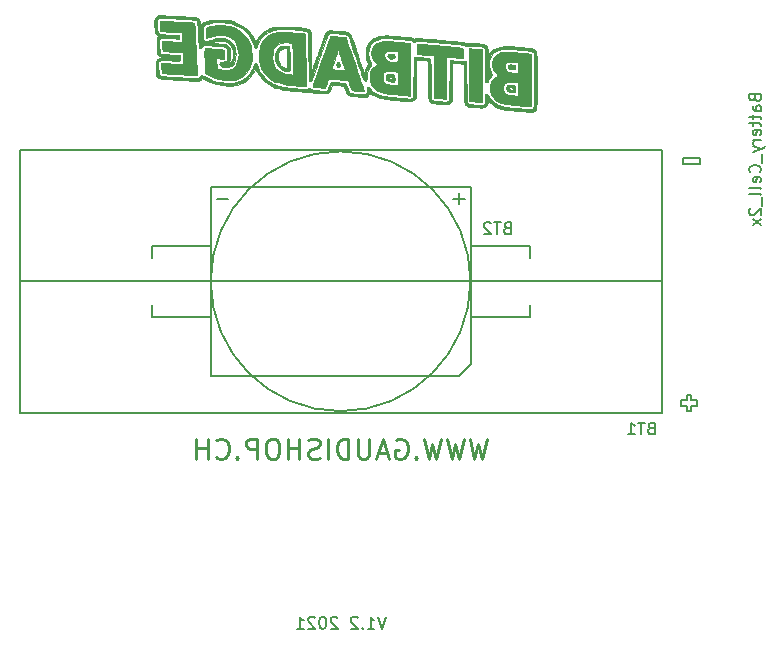
<source format=gbr>
G04 #@! TF.GenerationSoftware,KiCad,Pcbnew,5.1.5+dfsg1-2build2*
G04 #@! TF.CreationDate,2021-12-15T11:20:51+01:00*
G04 #@! TF.ProjectId,BitBadge,42697442-6164-4676-952e-6b696361645f,rev?*
G04 #@! TF.SameCoordinates,Original*
G04 #@! TF.FileFunction,Legend,Bot*
G04 #@! TF.FilePolarity,Positive*
%FSLAX46Y46*%
G04 Gerber Fmt 4.6, Leading zero omitted, Abs format (unit mm)*
G04 Created by KiCad (PCBNEW 5.1.5+dfsg1-2build2) date 2021-12-15 11:20:51*
%MOMM*%
%LPD*%
G04 APERTURE LIST*
%ADD10C,0.150000*%
%ADD11C,0.270000*%
%ADD12C,0.010000*%
%ADD13C,0.152400*%
G04 APERTURE END LIST*
D10*
X103819523Y-128422380D02*
X103486190Y-129422380D01*
X103152857Y-128422380D01*
X102295714Y-129422380D02*
X102867142Y-129422380D01*
X102581428Y-129422380D02*
X102581428Y-128422380D01*
X102676666Y-128565238D01*
X102771904Y-128660476D01*
X102867142Y-128708095D01*
X101867142Y-129327142D02*
X101819523Y-129374761D01*
X101867142Y-129422380D01*
X101914761Y-129374761D01*
X101867142Y-129327142D01*
X101867142Y-129422380D01*
X101438571Y-128517619D02*
X101390952Y-128470000D01*
X101295714Y-128422380D01*
X101057619Y-128422380D01*
X100962380Y-128470000D01*
X100914761Y-128517619D01*
X100867142Y-128612857D01*
X100867142Y-128708095D01*
X100914761Y-128850952D01*
X101486190Y-129422380D01*
X100867142Y-129422380D01*
X99724285Y-128517619D02*
X99676666Y-128470000D01*
X99581428Y-128422380D01*
X99343333Y-128422380D01*
X99248095Y-128470000D01*
X99200476Y-128517619D01*
X99152857Y-128612857D01*
X99152857Y-128708095D01*
X99200476Y-128850952D01*
X99771904Y-129422380D01*
X99152857Y-129422380D01*
X98533809Y-128422380D02*
X98438571Y-128422380D01*
X98343333Y-128470000D01*
X98295714Y-128517619D01*
X98248095Y-128612857D01*
X98200476Y-128803333D01*
X98200476Y-129041428D01*
X98248095Y-129231904D01*
X98295714Y-129327142D01*
X98343333Y-129374761D01*
X98438571Y-129422380D01*
X98533809Y-129422380D01*
X98629047Y-129374761D01*
X98676666Y-129327142D01*
X98724285Y-129231904D01*
X98771904Y-129041428D01*
X98771904Y-128803333D01*
X98724285Y-128612857D01*
X98676666Y-128517619D01*
X98629047Y-128470000D01*
X98533809Y-128422380D01*
X97819523Y-128517619D02*
X97771904Y-128470000D01*
X97676666Y-128422380D01*
X97438571Y-128422380D01*
X97343333Y-128470000D01*
X97295714Y-128517619D01*
X97248095Y-128612857D01*
X97248095Y-128708095D01*
X97295714Y-128850952D01*
X97867142Y-129422380D01*
X97248095Y-129422380D01*
X96295714Y-129422380D02*
X96867142Y-129422380D01*
X96581428Y-129422380D02*
X96581428Y-128422380D01*
X96676666Y-128565238D01*
X96771904Y-128660476D01*
X96867142Y-128708095D01*
D11*
X112385714Y-113319047D02*
X111980952Y-115019047D01*
X111657142Y-113804761D01*
X111333333Y-115019047D01*
X110928571Y-113319047D01*
X110442857Y-113319047D02*
X110038095Y-115019047D01*
X109714285Y-113804761D01*
X109390476Y-115019047D01*
X108985714Y-113319047D01*
X108500000Y-113319047D02*
X108095238Y-115019047D01*
X107771428Y-113804761D01*
X107447619Y-115019047D01*
X107042857Y-113319047D01*
X106395238Y-114857142D02*
X106314285Y-114938095D01*
X106395238Y-115019047D01*
X106476190Y-114938095D01*
X106395238Y-114857142D01*
X106395238Y-115019047D01*
X104695238Y-113400000D02*
X104857142Y-113319047D01*
X105100000Y-113319047D01*
X105342857Y-113400000D01*
X105504761Y-113561904D01*
X105585714Y-113723809D01*
X105666666Y-114047619D01*
X105666666Y-114290476D01*
X105585714Y-114614285D01*
X105504761Y-114776190D01*
X105342857Y-114938095D01*
X105100000Y-115019047D01*
X104938095Y-115019047D01*
X104695238Y-114938095D01*
X104614285Y-114857142D01*
X104614285Y-114290476D01*
X104938095Y-114290476D01*
X103966666Y-114533333D02*
X103157142Y-114533333D01*
X104128571Y-115019047D02*
X103561904Y-113319047D01*
X102995238Y-115019047D01*
X102428571Y-113319047D02*
X102428571Y-114695238D01*
X102347619Y-114857142D01*
X102266666Y-114938095D01*
X102104761Y-115019047D01*
X101780952Y-115019047D01*
X101619047Y-114938095D01*
X101538095Y-114857142D01*
X101457142Y-114695238D01*
X101457142Y-113319047D01*
X100647619Y-115019047D02*
X100647619Y-113319047D01*
X100242857Y-113319047D01*
X100000000Y-113400000D01*
X99838095Y-113561904D01*
X99757142Y-113723809D01*
X99676190Y-114047619D01*
X99676190Y-114290476D01*
X99757142Y-114614285D01*
X99838095Y-114776190D01*
X100000000Y-114938095D01*
X100242857Y-115019047D01*
X100647619Y-115019047D01*
X98947619Y-115019047D02*
X98947619Y-113319047D01*
X98219047Y-114938095D02*
X97976190Y-115019047D01*
X97571428Y-115019047D01*
X97409523Y-114938095D01*
X97328571Y-114857142D01*
X97247619Y-114695238D01*
X97247619Y-114533333D01*
X97328571Y-114371428D01*
X97409523Y-114290476D01*
X97571428Y-114209523D01*
X97895238Y-114128571D01*
X98057142Y-114047619D01*
X98138095Y-113966666D01*
X98219047Y-113804761D01*
X98219047Y-113642857D01*
X98138095Y-113480952D01*
X98057142Y-113400000D01*
X97895238Y-113319047D01*
X97490476Y-113319047D01*
X97247619Y-113400000D01*
X96519047Y-115019047D02*
X96519047Y-113319047D01*
X96519047Y-114128571D02*
X95547619Y-114128571D01*
X95547619Y-115019047D02*
X95547619Y-113319047D01*
X94414285Y-113319047D02*
X94090476Y-113319047D01*
X93928571Y-113400000D01*
X93766666Y-113561904D01*
X93685714Y-113885714D01*
X93685714Y-114452380D01*
X93766666Y-114776190D01*
X93928571Y-114938095D01*
X94090476Y-115019047D01*
X94414285Y-115019047D01*
X94576190Y-114938095D01*
X94738095Y-114776190D01*
X94819047Y-114452380D01*
X94819047Y-113885714D01*
X94738095Y-113561904D01*
X94576190Y-113400000D01*
X94414285Y-113319047D01*
X92957142Y-115019047D02*
X92957142Y-113319047D01*
X92309523Y-113319047D01*
X92147619Y-113400000D01*
X92066666Y-113480952D01*
X91985714Y-113642857D01*
X91985714Y-113885714D01*
X92066666Y-114047619D01*
X92147619Y-114128571D01*
X92309523Y-114209523D01*
X92957142Y-114209523D01*
X91257142Y-114857142D02*
X91176190Y-114938095D01*
X91257142Y-115019047D01*
X91338095Y-114938095D01*
X91257142Y-114857142D01*
X91257142Y-115019047D01*
X89476190Y-114857142D02*
X89557142Y-114938095D01*
X89800000Y-115019047D01*
X89961904Y-115019047D01*
X90204761Y-114938095D01*
X90366666Y-114776190D01*
X90447619Y-114614285D01*
X90528571Y-114290476D01*
X90528571Y-114047619D01*
X90447619Y-113723809D01*
X90366666Y-113561904D01*
X90204761Y-113400000D01*
X89961904Y-113319047D01*
X89800000Y-113319047D01*
X89557142Y-113400000D01*
X89476190Y-113480952D01*
X88747619Y-115019047D02*
X88747619Y-113319047D01*
X88747619Y-114128571D02*
X87776190Y-114128571D01*
X87776190Y-115019047D02*
X87776190Y-113319047D01*
D10*
X89000000Y-108000000D02*
X110000000Y-108000000D01*
X89000000Y-92000000D02*
X111000000Y-92000000D01*
X89000000Y-108000000D02*
X89000000Y-92000000D01*
X111000000Y-107000000D02*
X111000000Y-92000000D01*
X111000000Y-107000000D02*
X110000000Y-108000000D01*
X111000000Y-100000000D02*
G75*
G03X111000000Y-100000000I-11000000J0D01*
G01*
X84000000Y-103000000D02*
X89000000Y-103000000D01*
X84000000Y-102000000D02*
X84000000Y-103000000D01*
X84000000Y-97000000D02*
X89000000Y-97000000D01*
X84000000Y-98000000D02*
X84000000Y-97000000D01*
X116000000Y-103000000D02*
X116000000Y-102000000D01*
X111000000Y-103000000D02*
X116000000Y-103000000D01*
X116000000Y-97000000D02*
X111000000Y-97000000D01*
X116000000Y-98000000D02*
X116000000Y-97000000D01*
X110000000Y-93500000D02*
X110000000Y-92500000D01*
X110250000Y-93000000D02*
X110500000Y-93000000D01*
X109500000Y-93000000D02*
X110250000Y-93000000D01*
X89500000Y-93000000D02*
X90500000Y-93000000D01*
D12*
G36*
X84648514Y-77486512D02*
G01*
X84566983Y-77492329D01*
X84511422Y-77504776D01*
X84470174Y-77524725D01*
X84431577Y-77553045D01*
X84428959Y-77555134D01*
X84346168Y-77629313D01*
X84287907Y-77707065D01*
X84250952Y-77801808D01*
X84232075Y-77926961D01*
X84228051Y-78095942D01*
X84235653Y-78322170D01*
X84237150Y-78352911D01*
X84251751Y-78599951D01*
X84269596Y-78786268D01*
X84293684Y-78923813D01*
X84327015Y-79024537D01*
X84372590Y-79100392D01*
X84433408Y-79163330D01*
X84442549Y-79171152D01*
X84550491Y-79261978D01*
X84475874Y-79408239D01*
X84447483Y-79468777D01*
X84428358Y-79528935D01*
X84417618Y-79602466D01*
X84414377Y-79703120D01*
X84417753Y-79844650D01*
X84426863Y-80040806D01*
X84430607Y-80112845D01*
X84444884Y-80361979D01*
X84463986Y-80556969D01*
X84496259Y-80705115D01*
X84550047Y-80813718D01*
X84633696Y-80890080D01*
X84755552Y-80941500D01*
X84923960Y-80975279D01*
X85147266Y-80998718D01*
X85433815Y-81019117D01*
X85469265Y-81021470D01*
X85690052Y-81037465D01*
X85885869Y-81054203D01*
X86045196Y-81070490D01*
X86156511Y-81085133D01*
X86208294Y-81096938D01*
X86210055Y-81098204D01*
X86189981Y-81109220D01*
X86112563Y-81112846D01*
X85992796Y-81108667D01*
X85946781Y-81105522D01*
X85605275Y-81080712D01*
X85328189Y-81063410D01*
X85107664Y-81053582D01*
X84935836Y-81051192D01*
X84804846Y-81056203D01*
X84706830Y-81068580D01*
X84633929Y-81088287D01*
X84607489Y-81099410D01*
X84521588Y-81147384D01*
X84458581Y-81205404D01*
X84415027Y-81284830D01*
X84387485Y-81397023D01*
X84372512Y-81553343D01*
X84366668Y-81765153D01*
X84366094Y-81896330D01*
X84368503Y-82169439D01*
X84380956Y-82384386D01*
X84411298Y-82548742D01*
X84467372Y-82670080D01*
X84557021Y-82755970D01*
X84688089Y-82813986D01*
X84868418Y-82851699D01*
X85105853Y-82876680D01*
X85401717Y-82896120D01*
X85648518Y-82910635D01*
X85945462Y-82928148D01*
X86270147Y-82947336D01*
X86600169Y-82966875D01*
X86913126Y-82985439D01*
X87005101Y-82990903D01*
X87306304Y-83008187D01*
X87544195Y-83019597D01*
X87727957Y-83024376D01*
X87866774Y-83021764D01*
X87969828Y-83011003D01*
X88046303Y-82991333D01*
X88105382Y-82961996D01*
X88156248Y-82922232D01*
X88186426Y-82893273D01*
X88266884Y-82812815D01*
X88508092Y-82944727D01*
X88981151Y-83162806D01*
X89488233Y-83320001D01*
X90020537Y-83414147D01*
X90533040Y-83443219D01*
X90772413Y-83439545D01*
X90961324Y-83427043D01*
X91121684Y-83403489D01*
X91268396Y-83368613D01*
X91654655Y-83227801D01*
X91994964Y-83033191D01*
X92286292Y-82787145D01*
X92525608Y-82492025D01*
X92638825Y-82300376D01*
X92789411Y-82011468D01*
X92925333Y-82290078D01*
X93142171Y-82652893D01*
X93415983Y-82973220D01*
X93740853Y-83244994D01*
X94027676Y-83420309D01*
X94249956Y-83529156D01*
X94461628Y-83613293D01*
X94686087Y-83680182D01*
X94946729Y-83737284D01*
X95116829Y-83767703D01*
X95315323Y-83797734D01*
X95550613Y-83827796D01*
X95809545Y-83856759D01*
X96078964Y-83883492D01*
X96345713Y-83906862D01*
X96596638Y-83925739D01*
X96818583Y-83938992D01*
X96998393Y-83945489D01*
X97122913Y-83944099D01*
X97145770Y-83942177D01*
X97264855Y-83938086D01*
X97363376Y-83950549D01*
X97391344Y-83960711D01*
X97457417Y-83979848D01*
X97580903Y-84001587D01*
X97746665Y-84024312D01*
X97939562Y-84046405D01*
X98144456Y-84066251D01*
X98346208Y-84082232D01*
X98529678Y-84092732D01*
X98659499Y-84096137D01*
X98795158Y-84094158D01*
X98882779Y-84081419D01*
X98946944Y-84050060D01*
X99012232Y-83992221D01*
X99025203Y-83979199D01*
X99126726Y-83837271D01*
X99213613Y-83635404D01*
X99223622Y-83604996D01*
X99305250Y-83348890D01*
X99766359Y-83395881D01*
X99977176Y-83417945D01*
X100126261Y-83435877D01*
X100224245Y-83452255D01*
X100281760Y-83469660D01*
X100309440Y-83490672D01*
X100317915Y-83517871D01*
X100318312Y-83529818D01*
X100330704Y-83586044D01*
X100363767Y-83690797D01*
X100411330Y-83825067D01*
X100432091Y-83880317D01*
X100490126Y-84026363D01*
X100536709Y-84120485D01*
X100584022Y-84179482D01*
X100644249Y-84220155D01*
X100696469Y-84244891D01*
X100830650Y-84286769D01*
X101025716Y-84323134D01*
X101269993Y-84352584D01*
X101551808Y-84373715D01*
X101859486Y-84385125D01*
X101864452Y-84385219D01*
X102211445Y-84391687D01*
X102336838Y-84266294D01*
X102410730Y-84181160D01*
X102455780Y-84107583D01*
X102462232Y-84082761D01*
X102470532Y-84035757D01*
X102502869Y-84033854D01*
X102570397Y-84079561D01*
X102616601Y-84117477D01*
X102766000Y-84221638D01*
X102964392Y-84328778D01*
X103189539Y-84427467D01*
X103297180Y-84467300D01*
X103392619Y-84491017D01*
X103549617Y-84518937D01*
X103757264Y-84549801D01*
X104004650Y-84582347D01*
X104280865Y-84615315D01*
X104574998Y-84647444D01*
X104876139Y-84677473D01*
X105173378Y-84704141D01*
X105455806Y-84726188D01*
X105644233Y-84738515D01*
X105865400Y-84744614D01*
X106029602Y-84729946D01*
X106150693Y-84690051D01*
X106242530Y-84620471D01*
X106315491Y-84522499D01*
X106332526Y-84491548D01*
X106346598Y-84455203D01*
X106357988Y-84406655D01*
X106366981Y-84339094D01*
X106373859Y-84245710D01*
X106378905Y-84119694D01*
X106382402Y-83954236D01*
X106384634Y-83742527D01*
X106385882Y-83477756D01*
X106386431Y-83153115D01*
X106386559Y-82812350D01*
X106386695Y-81218535D01*
X106504792Y-81239385D01*
X106595119Y-81251656D01*
X106733020Y-81266208D01*
X106893556Y-81280490D01*
X106949928Y-81284912D01*
X107102061Y-81296740D01*
X107230071Y-81307331D01*
X107314018Y-81315007D01*
X107331473Y-81316978D01*
X107344568Y-81326347D01*
X107355669Y-81354597D01*
X107365039Y-81407709D01*
X107372941Y-81491664D01*
X107379635Y-81612440D01*
X107385384Y-81776018D01*
X107390451Y-81988378D01*
X107395096Y-82255501D01*
X107399582Y-82583365D01*
X107404149Y-82975924D01*
X107408670Y-83368749D01*
X107413022Y-83695436D01*
X107417509Y-83962518D01*
X107422440Y-84176531D01*
X107428120Y-84344008D01*
X107434856Y-84471486D01*
X107442956Y-84565498D01*
X107452726Y-84632579D01*
X107464472Y-84679263D01*
X107478502Y-84712087D01*
X107486251Y-84725009D01*
X107537114Y-84789844D01*
X107601346Y-84840961D01*
X107689422Y-84881442D01*
X107811819Y-84914366D01*
X107979014Y-84942816D01*
X108201483Y-84969872D01*
X108381276Y-84988228D01*
X108610234Y-85010127D01*
X108779364Y-85024462D01*
X108901125Y-85031176D01*
X108987977Y-85030209D01*
X109052379Y-85021504D01*
X109106788Y-85005002D01*
X109154904Y-84984614D01*
X109299166Y-84883062D01*
X109369078Y-84782423D01*
X109386029Y-84745705D01*
X109400006Y-84703570D01*
X109411294Y-84649058D01*
X109420179Y-84575209D01*
X109426945Y-84475063D01*
X109431879Y-84341662D01*
X109435265Y-84168045D01*
X109437389Y-83947252D01*
X109438537Y-83672324D01*
X109438994Y-83336302D01*
X109439056Y-83076065D01*
X109439056Y-81506875D01*
X109738841Y-81531449D01*
X109909078Y-81546193D01*
X110078451Y-81562157D01*
X110212942Y-81576120D01*
X110223615Y-81577335D01*
X110408603Y-81598646D01*
X110432495Y-82766211D01*
X110438563Y-83078580D01*
X110444068Y-83392368D01*
X110448806Y-83693532D01*
X110452573Y-83968032D01*
X110455166Y-84201828D01*
X110456382Y-84380877D01*
X110456448Y-84418728D01*
X110458050Y-84630433D01*
X110467565Y-84801023D01*
X110492151Y-84935468D01*
X110538962Y-85038735D01*
X110615155Y-85115794D01*
X110727885Y-85171611D01*
X110884307Y-85211155D01*
X111091577Y-85239396D01*
X111356852Y-85261300D01*
X111687286Y-85281837D01*
X111700687Y-85282625D01*
X111918257Y-85291024D01*
X112074210Y-85286323D01*
X112178493Y-85268079D01*
X112200008Y-85260393D01*
X112322748Y-85172764D01*
X112410861Y-85035730D01*
X112453034Y-84868722D01*
X112455079Y-84822303D01*
X112455079Y-84665616D01*
X112581814Y-84813678D01*
X112777183Y-84997620D01*
X113027686Y-85164603D01*
X113316201Y-85305483D01*
X113625606Y-85411114D01*
X113760771Y-85443412D01*
X113867772Y-85460866D01*
X114034097Y-85482202D01*
X114246577Y-85506177D01*
X114492041Y-85531547D01*
X114757320Y-85557069D01*
X115029244Y-85581499D01*
X115294642Y-85603596D01*
X115540346Y-85622114D01*
X115753185Y-85635811D01*
X115852647Y-85640892D01*
X116081736Y-85647255D01*
X116244583Y-85642706D01*
X116346836Y-85626985D01*
X116373169Y-85616939D01*
X116443710Y-85557053D01*
X116513207Y-85462583D01*
X116527604Y-85436473D01*
X116541654Y-85406328D01*
X116553689Y-85371442D01*
X116563864Y-85326286D01*
X116572335Y-85265331D01*
X116579257Y-85183050D01*
X116584787Y-85073913D01*
X116589079Y-84932391D01*
X116592289Y-84752957D01*
X116594574Y-84530081D01*
X116596088Y-84258236D01*
X116596987Y-83931891D01*
X116597427Y-83545520D01*
X116597563Y-83093592D01*
X116597568Y-82950630D01*
X116597428Y-82475368D01*
X116597030Y-82155090D01*
X116373502Y-82155090D01*
X116372645Y-82624594D01*
X116371254Y-83002468D01*
X116369168Y-83467155D01*
X116367113Y-83864630D01*
X116364905Y-84200355D01*
X116362361Y-84479791D01*
X116359299Y-84708402D01*
X116355535Y-84891649D01*
X116350887Y-85034994D01*
X116345172Y-85143901D01*
X116338207Y-85223832D01*
X116329809Y-85280247D01*
X116319795Y-85318611D01*
X116307982Y-85344385D01*
X116294188Y-85363031D01*
X116292151Y-85365315D01*
X116262114Y-85393194D01*
X116223578Y-85414465D01*
X116169353Y-85428975D01*
X116092255Y-85436572D01*
X115985095Y-85437107D01*
X115840686Y-85430427D01*
X115651842Y-85416381D01*
X115411376Y-85394817D01*
X115112100Y-85365584D01*
X114798855Y-85333852D01*
X114468816Y-85299395D01*
X114200870Y-85269102D01*
X113984712Y-85240842D01*
X113810034Y-85212485D01*
X113666529Y-85181898D01*
X113543888Y-85146952D01*
X113431806Y-85105513D01*
X113319974Y-85055452D01*
X113225105Y-85008446D01*
X112974963Y-84856483D01*
X112779620Y-84677658D01*
X112621926Y-84455345D01*
X112584504Y-84387472D01*
X112498035Y-84234186D01*
X112429295Y-84142441D01*
X112370675Y-84105663D01*
X112314562Y-84117278D01*
X112291097Y-84134017D01*
X112264240Y-84175804D01*
X112247404Y-84255559D01*
X112238929Y-84385591D01*
X112237053Y-84534825D01*
X112235249Y-84725316D01*
X112227345Y-84857016D01*
X112209600Y-84943770D01*
X112178273Y-84999424D01*
X112129623Y-85037824D01*
X112096383Y-85055497D01*
X112019049Y-85071635D01*
X111887864Y-85076490D01*
X111718301Y-85071621D01*
X111525833Y-85058589D01*
X111325933Y-85038953D01*
X111134072Y-85014274D01*
X110965725Y-84986110D01*
X110836364Y-84956023D01*
X110761461Y-84925571D01*
X110755065Y-84920279D01*
X110740528Y-84900346D01*
X110728066Y-84867746D01*
X110717342Y-84816317D01*
X110708022Y-84739897D01*
X110699770Y-84632324D01*
X110692251Y-84487437D01*
X110685130Y-84299074D01*
X110678072Y-84061074D01*
X110670742Y-83767275D01*
X110662804Y-83411515D01*
X110656366Y-83105926D01*
X110620029Y-81353805D01*
X110438340Y-81351310D01*
X110334222Y-81348286D01*
X110177171Y-81341764D01*
X109986797Y-81332639D01*
X109782711Y-81321810D01*
X109738841Y-81319340D01*
X109221030Y-81289864D01*
X109221030Y-82906183D01*
X109220135Y-83338830D01*
X109217488Y-83714159D01*
X109213149Y-84029498D01*
X109207176Y-84282176D01*
X109199629Y-84469521D01*
X109190567Y-84588862D01*
X109182884Y-84631929D01*
X109137161Y-84720159D01*
X109065794Y-84775660D01*
X108956883Y-84801910D01*
X108798531Y-84802389D01*
X108646719Y-84788672D01*
X108471590Y-84770982D01*
X108295443Y-84756571D01*
X108151683Y-84748110D01*
X108130901Y-84747399D01*
X107930222Y-84725358D01*
X107775106Y-84674277D01*
X107676316Y-84598103D01*
X107661437Y-84575150D01*
X107650528Y-84519002D01*
X107641387Y-84394184D01*
X107633997Y-84200000D01*
X107628344Y-83935753D01*
X107624410Y-83600748D01*
X107622179Y-83194287D01*
X107621618Y-82855121D01*
X107620903Y-82515104D01*
X107619076Y-82196864D01*
X107616266Y-81907888D01*
X107612597Y-81655664D01*
X107608197Y-81447678D01*
X107603191Y-81291417D01*
X107597707Y-81194367D01*
X107593070Y-81164407D01*
X107550712Y-81148047D01*
X107449718Y-81126805D01*
X107303817Y-81102485D01*
X107126741Y-81076893D01*
X106932217Y-81051835D01*
X106733978Y-81029116D01*
X106545754Y-81010542D01*
X106381273Y-80997917D01*
X106295851Y-80993826D01*
X106186838Y-80990429D01*
X106167954Y-84383285D01*
X106072567Y-84458316D01*
X105969207Y-84512521D01*
X105863984Y-84534120D01*
X105743883Y-84530415D01*
X105565514Y-84519051D01*
X105342717Y-84501424D01*
X105089333Y-84478927D01*
X104819202Y-84452956D01*
X104546165Y-84424905D01*
X104284063Y-84396168D01*
X104046737Y-84368141D01*
X103848026Y-84342217D01*
X103701772Y-84319792D01*
X103661373Y-84312179D01*
X103277416Y-84207000D01*
X102953611Y-84062038D01*
X102688918Y-83876712D01*
X102489784Y-83660732D01*
X102389511Y-83553724D01*
X102304304Y-83514713D01*
X102243229Y-83539266D01*
X102215357Y-83622953D01*
X102229753Y-83761343D01*
X102235677Y-83784904D01*
X102252038Y-83945744D01*
X102206604Y-84070798D01*
X102100399Y-84157279D01*
X102098516Y-84158188D01*
X102019329Y-84173990D01*
X101885088Y-84178207D01*
X101712201Y-84172470D01*
X101517077Y-84158412D01*
X101316125Y-84137665D01*
X101125754Y-84111861D01*
X100962373Y-84082632D01*
X100842390Y-84051610D01*
X100790701Y-84028111D01*
X100728138Y-83957526D01*
X100662006Y-83829945D01*
X100588606Y-83638157D01*
X100584314Y-83625688D01*
X100531975Y-83478530D01*
X100485332Y-83357476D01*
X100450944Y-83279054D01*
X100438964Y-83259380D01*
X100393102Y-83245510D01*
X100289584Y-83228388D01*
X100143282Y-83209424D01*
X99969064Y-83190026D01*
X99781801Y-83171605D01*
X99596363Y-83155568D01*
X99427620Y-83143325D01*
X99290443Y-83136284D01*
X99199701Y-83135856D01*
X99173444Y-83139466D01*
X99138965Y-83181756D01*
X99093425Y-83276824D01*
X99044682Y-83407281D01*
X99025877Y-83466037D01*
X98972348Y-83630901D01*
X98920084Y-83746164D01*
X98855619Y-83819694D01*
X98765486Y-83859358D01*
X98636216Y-83873022D01*
X98454343Y-83868554D01*
X98347284Y-83862454D01*
X98051769Y-83841353D01*
X97821502Y-83817263D01*
X97649071Y-83788878D01*
X97527069Y-83754894D01*
X97448086Y-83714005D01*
X97433012Y-83701460D01*
X97376874Y-83657366D01*
X97323963Y-83651150D01*
X97241986Y-83680300D01*
X97229614Y-83685643D01*
X97123820Y-83717044D01*
X96988347Y-83727183D01*
X96829900Y-83720221D01*
X96471111Y-83692489D01*
X96173485Y-83668054D01*
X95925650Y-83645668D01*
X95716234Y-83624085D01*
X95533868Y-83602055D01*
X95367179Y-83578333D01*
X95204797Y-83551669D01*
X95067525Y-83526856D01*
X94843013Y-83482574D01*
X94668521Y-83440921D01*
X94522033Y-83394912D01*
X94381530Y-83337566D01*
X94224997Y-83261897D01*
X94213076Y-83255839D01*
X93874978Y-83047176D01*
X93572153Y-82787595D01*
X93313940Y-82487858D01*
X93109679Y-82158731D01*
X92973768Y-81827542D01*
X92907241Y-81652168D01*
X92839851Y-81547550D01*
X92773716Y-81513977D01*
X92710949Y-81551735D01*
X92653668Y-81661114D01*
X92618278Y-81779182D01*
X92553425Y-81964344D01*
X92449844Y-82173306D01*
X92322308Y-82380682D01*
X92185592Y-82561084D01*
X92125134Y-82626578D01*
X91920437Y-82797058D01*
X91668520Y-82953805D01*
X91394833Y-83082580D01*
X91180256Y-83155096D01*
X90908640Y-83204892D01*
X90590410Y-83223073D01*
X90243735Y-83210964D01*
X89886783Y-83169887D01*
X89537723Y-83101169D01*
X89235336Y-83013348D01*
X89105808Y-82963409D01*
X88948680Y-82895220D01*
X88781143Y-82817160D01*
X88620383Y-82737610D01*
X88483590Y-82664950D01*
X88387953Y-82607558D01*
X88360587Y-82586890D01*
X88264916Y-82538031D01*
X88166646Y-82544535D01*
X88091449Y-82603033D01*
X88080020Y-82623700D01*
X88016801Y-82713530D01*
X87956090Y-82766345D01*
X87937773Y-82778143D01*
X87918581Y-82787957D01*
X87892849Y-82795610D01*
X87854915Y-82800921D01*
X87799114Y-82803712D01*
X87719785Y-82803805D01*
X87611263Y-82801020D01*
X87467885Y-82795179D01*
X87283988Y-82786103D01*
X87053909Y-82773612D01*
X86771984Y-82757529D01*
X86432551Y-82737675D01*
X86029945Y-82713870D01*
X85728755Y-82696020D01*
X85415859Y-82678032D01*
X85167593Y-82662092D01*
X84976233Y-82643413D01*
X84834055Y-82617210D01*
X84733336Y-82578695D01*
X84666352Y-82523082D01*
X84625380Y-82445585D01*
X84602696Y-82341418D01*
X84590577Y-82205793D01*
X84581299Y-82033924D01*
X84578424Y-81983141D01*
X84566648Y-81767289D01*
X84564814Y-81598437D01*
X84580452Y-81471395D01*
X84621090Y-81380976D01*
X84694259Y-81321991D01*
X84807488Y-81289252D01*
X84968306Y-81277570D01*
X85184243Y-81281758D01*
X85462829Y-81296626D01*
X85565829Y-81302756D01*
X85838953Y-81318638D01*
X86048070Y-81328127D01*
X86201724Y-81329027D01*
X86308463Y-81319145D01*
X86376832Y-81296286D01*
X86415376Y-81258256D01*
X86432642Y-81202860D01*
X86437176Y-81127904D01*
X86437339Y-81078968D01*
X86431320Y-80972697D01*
X86416025Y-80900222D01*
X86405785Y-80884372D01*
X86358691Y-80874416D01*
X86253267Y-80861590D01*
X86103746Y-80847018D01*
X85924366Y-80831823D01*
X85729359Y-80817128D01*
X85532963Y-80804056D01*
X85349410Y-80793730D01*
X85192937Y-80787272D01*
X85165522Y-80786529D01*
X84964790Y-80768420D01*
X84823883Y-80722708D01*
X84733932Y-80645512D01*
X84701061Y-80583344D01*
X84684609Y-80508031D01*
X84668456Y-80378328D01*
X84654470Y-80212502D01*
X84644588Y-80030620D01*
X84626760Y-79579537D01*
X84734638Y-79471659D01*
X84798927Y-79412647D01*
X84857138Y-79382880D01*
X84934772Y-79375782D01*
X85057329Y-79384774D01*
X85067610Y-79385774D01*
X85189160Y-79395757D01*
X85361917Y-79407457D01*
X85564476Y-79419534D01*
X85775434Y-79430647D01*
X85813039Y-79432461D01*
X86333373Y-79457155D01*
X86321765Y-79315351D01*
X86310157Y-79173548D01*
X85528898Y-79127416D01*
X85293464Y-79112191D01*
X85078892Y-79095823D01*
X84897127Y-79079422D01*
X84760117Y-79064100D01*
X84679808Y-79050968D01*
X84667802Y-79047311D01*
X84598770Y-79007007D01*
X84547680Y-78945991D01*
X84511038Y-78853046D01*
X84485347Y-78716952D01*
X84467114Y-78526491D01*
X84457881Y-78373526D01*
X84448361Y-78179286D01*
X84444625Y-78043283D01*
X84448086Y-77951209D01*
X84460153Y-77888758D01*
X84482238Y-77841622D01*
X84514775Y-77796737D01*
X84596429Y-77692931D01*
X85253436Y-77716650D01*
X85579029Y-77729650D01*
X85910200Y-77745153D01*
X86238358Y-77762560D01*
X86554913Y-77781275D01*
X86851274Y-77800702D01*
X87118850Y-77820242D01*
X87349051Y-77839301D01*
X87533286Y-77857279D01*
X87662963Y-77873582D01*
X87729493Y-77887611D01*
X87732395Y-77888892D01*
X87807630Y-77952063D01*
X87850836Y-78017199D01*
X87863493Y-78078045D01*
X87877371Y-78202787D01*
X87891844Y-78382670D01*
X87906284Y-78608937D01*
X87920064Y-78872834D01*
X87931907Y-79148758D01*
X87943571Y-79419663D01*
X87956466Y-79667179D01*
X87969919Y-79881794D01*
X87983260Y-80053996D01*
X87995816Y-80174274D01*
X88006917Y-80233115D01*
X88008689Y-80236423D01*
X88078905Y-80279741D01*
X88160013Y-80254622D01*
X88245914Y-80163289D01*
X88257823Y-80145579D01*
X88313718Y-80066928D01*
X88366788Y-80026502D01*
X88443633Y-80011778D01*
X88545528Y-80010107D01*
X88653323Y-80013390D01*
X88814709Y-80021877D01*
X89010880Y-80034421D01*
X89223031Y-80049877D01*
X89308011Y-80056606D01*
X89613472Y-80081017D01*
X89854498Y-80102206D01*
X90038888Y-80124943D01*
X90174441Y-80153997D01*
X90268958Y-80194137D01*
X90330236Y-80250133D01*
X90366076Y-80326755D01*
X90384277Y-80428773D01*
X90392638Y-80560955D01*
X90398772Y-80723648D01*
X90403552Y-80903656D01*
X90402692Y-81062789D01*
X90396619Y-81183858D01*
X90385759Y-81249675D01*
X90385680Y-81249870D01*
X90313620Y-81337869D01*
X90182651Y-81390312D01*
X89989984Y-81408293D01*
X89982435Y-81408312D01*
X89853971Y-81415814D01*
X89781843Y-81447937D01*
X89750431Y-81519110D01*
X89744063Y-81628472D01*
X89765013Y-81724992D01*
X89832637Y-81791738D01*
X89954098Y-81832173D01*
X90136559Y-81849758D01*
X90204636Y-81851099D01*
X90472468Y-81831702D01*
X90686634Y-81766653D01*
X90851773Y-81651775D01*
X90972522Y-81482893D01*
X91053519Y-81255832D01*
X91089808Y-81054125D01*
X91105500Y-80792830D01*
X91105169Y-80786864D01*
X90876267Y-80786864D01*
X90858765Y-81064154D01*
X90804599Y-81282101D01*
X90711281Y-81445503D01*
X90576322Y-81559154D01*
X90446833Y-81614460D01*
X90327481Y-81648160D01*
X90274404Y-81655367D01*
X90285980Y-81635495D01*
X90360584Y-81587959D01*
X90365429Y-81585142D01*
X90456171Y-81526082D01*
X90522154Y-81461803D01*
X90567234Y-81379999D01*
X90595263Y-81268366D01*
X90610095Y-81114600D01*
X90615583Y-80906396D01*
X90616030Y-80784965D01*
X90612146Y-80521198D01*
X90595004Y-80317849D01*
X90556135Y-80166211D01*
X90487071Y-80057577D01*
X90379345Y-79983242D01*
X90224489Y-79934500D01*
X90014034Y-79902643D01*
X89739512Y-79878967D01*
X89734470Y-79878601D01*
X89538588Y-79863089D01*
X89360417Y-79846557D01*
X89216643Y-79830724D01*
X89123950Y-79817311D01*
X89109197Y-79814166D01*
X89065208Y-79791571D01*
X89074591Y-79777196D01*
X88250099Y-79777196D01*
X88244076Y-79832581D01*
X88217883Y-79845794D01*
X88191691Y-79814453D01*
X88182101Y-79745865D01*
X88187527Y-79682426D01*
X88206323Y-79684344D01*
X88217883Y-79700443D01*
X88250099Y-79777196D01*
X89074591Y-79777196D01*
X89082820Y-79764589D01*
X89151284Y-79735721D01*
X89259852Y-79707469D01*
X89397778Y-79682333D01*
X89554312Y-79662816D01*
X89718708Y-79651417D01*
X89816738Y-79649515D01*
X89990142Y-79652470D01*
X90114136Y-79663309D01*
X90211893Y-79686237D01*
X90306587Y-79725455D01*
X90346905Y-79745667D01*
X90552414Y-79882678D01*
X90705030Y-80057157D01*
X90807724Y-80274948D01*
X90863468Y-80541896D01*
X90876267Y-80786864D01*
X91105169Y-80786864D01*
X91090673Y-80526205D01*
X91048210Y-80277425D01*
X90980996Y-80069666D01*
X90962392Y-80030226D01*
X90809575Y-79805879D01*
X90608064Y-79630661D01*
X90363831Y-79505813D01*
X90082847Y-79432576D01*
X89771087Y-79412192D01*
X89434521Y-79445903D01*
X89079122Y-79534948D01*
X88895871Y-79600749D01*
X88753395Y-79655334D01*
X88659642Y-79684351D01*
X88596452Y-79690652D01*
X88545661Y-79677091D01*
X88513867Y-79660767D01*
X88443466Y-79611763D01*
X88392989Y-79548165D01*
X88359292Y-79458008D01*
X88339231Y-79329330D01*
X88329662Y-79150167D01*
X88327431Y-78951338D01*
X88329359Y-78724592D01*
X88340866Y-78557781D01*
X88369657Y-78438190D01*
X88423436Y-78353102D01*
X88509907Y-78289802D01*
X88636775Y-78235574D01*
X88792461Y-78183826D01*
X88908683Y-78148106D01*
X89009059Y-78122083D01*
X89108460Y-78104282D01*
X89221760Y-78093223D01*
X89363831Y-78087430D01*
X89549546Y-78085425D01*
X89780400Y-78085686D01*
X90076908Y-78089252D01*
X90317105Y-78099857D01*
X90517256Y-78120695D01*
X90693622Y-78154962D01*
X90862469Y-78205852D01*
X91040059Y-78276562D01*
X91242655Y-78370286D01*
X91252074Y-78374832D01*
X91630781Y-78595134D01*
X91957059Y-78863498D01*
X92228125Y-79176755D01*
X92441191Y-79531737D01*
X92582094Y-79887600D01*
X92627568Y-80022725D01*
X92671360Y-80133741D01*
X92704944Y-80199323D01*
X92708483Y-80203820D01*
X92776511Y-80242774D01*
X92845523Y-80213190D01*
X92910755Y-80118980D01*
X92956974Y-79999848D01*
X93093361Y-79678953D01*
X93290666Y-79387617D01*
X93540329Y-79134082D01*
X93833793Y-78926588D01*
X94162496Y-78773375D01*
X94266259Y-78739359D01*
X94456500Y-78689285D01*
X94647206Y-78654071D01*
X94850516Y-78633305D01*
X95078569Y-78626573D01*
X95343506Y-78633460D01*
X95657465Y-78653553D01*
X95975966Y-78681082D01*
X96292727Y-78710855D01*
X96545118Y-78735193D01*
X96741134Y-78755371D01*
X96888769Y-78772660D01*
X96996019Y-78788334D01*
X97070878Y-78803666D01*
X97121342Y-78819928D01*
X97155404Y-78838394D01*
X97181061Y-78860336D01*
X97195296Y-78875217D01*
X97219674Y-78906455D01*
X97237725Y-78947369D01*
X97250389Y-79008455D01*
X97258605Y-79100209D01*
X97263311Y-79233127D01*
X97265447Y-79417704D01*
X97265951Y-79664436D01*
X97265951Y-79665015D01*
X97266678Y-79878648D01*
X97268738Y-80149796D01*
X97271952Y-80463313D01*
X97276140Y-80804054D01*
X97281123Y-81156873D01*
X97286720Y-81506626D01*
X97290001Y-81692488D01*
X97296445Y-82036215D01*
X97302237Y-82314360D01*
X97307880Y-82534007D01*
X97313879Y-82702241D01*
X97320735Y-82826146D01*
X97328953Y-82912805D01*
X97339035Y-82969304D01*
X97351485Y-83002727D01*
X97366806Y-83020157D01*
X97384897Y-83028488D01*
X97441482Y-83034321D01*
X97491751Y-83006814D01*
X97541578Y-82937212D01*
X97596836Y-82816756D01*
X97663397Y-82636689D01*
X97680103Y-82588315D01*
X97737098Y-82423364D01*
X97810687Y-82212549D01*
X97892958Y-81978424D01*
X97975998Y-81743544D01*
X98011191Y-81644506D01*
X98093641Y-81412130D01*
X98180425Y-81166220D01*
X98263088Y-80930820D01*
X98333173Y-80729974D01*
X98356242Y-80663390D01*
X98485701Y-80289455D01*
X98594189Y-79978370D01*
X98684011Y-79724138D01*
X98757469Y-79520764D01*
X98816869Y-79362251D01*
X98864513Y-79242601D01*
X98902707Y-79155817D01*
X98933753Y-79095904D01*
X98959956Y-79056863D01*
X98982343Y-79033745D01*
X99032289Y-79000882D01*
X99095016Y-78983301D01*
X99188971Y-78978845D01*
X99332601Y-78985354D01*
X99372842Y-78988053D01*
X99681167Y-79012082D01*
X99956593Y-79038840D01*
X100190468Y-79067203D01*
X100374139Y-79096043D01*
X100498954Y-79124235D01*
X100541610Y-79140172D01*
X100567225Y-79154236D01*
X100590653Y-79172111D01*
X100614246Y-79199766D01*
X100640356Y-79243170D01*
X100671333Y-79308292D01*
X100709530Y-79401103D01*
X100757298Y-79527571D01*
X100816989Y-79693666D01*
X100890955Y-79905357D01*
X100981546Y-80168615D01*
X101091115Y-80489408D01*
X101206078Y-80826910D01*
X101302802Y-81110030D01*
X101399390Y-81391045D01*
X101491307Y-81656886D01*
X101574019Y-81894485D01*
X101642991Y-82090773D01*
X101693689Y-82232683D01*
X101697833Y-82244077D01*
X101762774Y-82425096D01*
X101825758Y-82605681D01*
X101877944Y-82760245D01*
X101901744Y-82834183D01*
X101963249Y-82983222D01*
X102032803Y-83061881D01*
X102109413Y-83069345D01*
X102155106Y-83042057D01*
X102184884Y-82990654D01*
X102201878Y-82890157D01*
X102207816Y-82729646D01*
X102207868Y-82708525D01*
X102228488Y-82406990D01*
X102294114Y-82147112D01*
X102410398Y-81909452D01*
X102463646Y-81828586D01*
X102535827Y-81720903D01*
X102587480Y-81634988D01*
X102607577Y-81589206D01*
X102607582Y-81588917D01*
X102591736Y-81541631D01*
X102550120Y-81449990D01*
X102491621Y-81333516D01*
X102489485Y-81329435D01*
X102422725Y-81188241D01*
X102383840Y-81060842D01*
X102364001Y-80912851D01*
X102358391Y-80818753D01*
X102354527Y-80582208D01*
X102370360Y-80394705D01*
X102410356Y-80234225D01*
X102478983Y-80078749D01*
X102525220Y-79996359D01*
X102669351Y-79800894D01*
X102848202Y-79651547D01*
X103074542Y-79539422D01*
X103269253Y-79478009D01*
X103422078Y-79444392D01*
X103585636Y-79422934D01*
X103771625Y-79413511D01*
X103991740Y-79416001D01*
X104257679Y-79430281D01*
X104581138Y-79456228D01*
X104660133Y-79463393D01*
X104896259Y-79485005D01*
X105142861Y-79507309D01*
X105374945Y-79528061D01*
X105567519Y-79545016D01*
X105615905Y-79549204D01*
X105796756Y-79567352D01*
X105920645Y-79587398D01*
X106003260Y-79613118D01*
X106060291Y-79648287D01*
X106072468Y-79659072D01*
X106144293Y-79717108D01*
X106207622Y-79731823D01*
X106291035Y-79705380D01*
X106344676Y-79679662D01*
X106405449Y-79654977D01*
X106475951Y-79641748D01*
X106572515Y-79639397D01*
X106711472Y-79647342D01*
X106868070Y-79661094D01*
X107150062Y-79687381D01*
X107471175Y-79716808D01*
X107818291Y-79748216D01*
X108178295Y-79780446D01*
X108538069Y-79812336D01*
X108884497Y-79842729D01*
X109204462Y-79870462D01*
X109484847Y-79894378D01*
X109712536Y-79913316D01*
X109802432Y-79920549D01*
X110052587Y-79943541D01*
X110240068Y-79968560D01*
X110374877Y-79997273D01*
X110466713Y-80031195D01*
X110614988Y-80087283D01*
X110734655Y-80095847D01*
X110806392Y-80062778D01*
X110854787Y-80051911D01*
X110960196Y-80048308D01*
X111107423Y-80050992D01*
X111281275Y-80058984D01*
X111466560Y-80071308D01*
X111648082Y-80086984D01*
X111810648Y-80105037D01*
X111939065Y-80124488D01*
X112005549Y-80139938D01*
X112062015Y-80157563D01*
X112108428Y-80176215D01*
X112145822Y-80202695D01*
X112175231Y-80243800D01*
X112197689Y-80306330D01*
X112214228Y-80397085D01*
X112225883Y-80522862D01*
X112233687Y-80690462D01*
X112238675Y-80906683D01*
X112241879Y-81178324D01*
X112244334Y-81512185D01*
X112245704Y-81719564D01*
X112255222Y-83134349D01*
X112352495Y-83145591D01*
X112416661Y-83143182D01*
X112463014Y-83106862D01*
X112509952Y-83020452D01*
X112519854Y-82998394D01*
X112591663Y-82866143D01*
X112682108Y-82736309D01*
X112704197Y-82709823D01*
X112772490Y-82619382D01*
X112813328Y-82540857D01*
X112818455Y-82516271D01*
X112806079Y-82466060D01*
X112552983Y-82466060D01*
X112548208Y-82522729D01*
X112529118Y-82551303D01*
X112487565Y-82595391D01*
X112465596Y-82593218D01*
X112457537Y-82535571D01*
X112457403Y-82434849D01*
X112459727Y-82262246D01*
X112517723Y-82378699D01*
X112552983Y-82466060D01*
X112806079Y-82466060D01*
X112803033Y-82453707D01*
X112762443Y-82348611D01*
X112705200Y-82222852D01*
X112700358Y-82212963D01*
X112645632Y-82096231D01*
X112611016Y-81999754D01*
X112591954Y-81900082D01*
X112583888Y-81773769D01*
X112582260Y-81605269D01*
X112583822Y-81433124D01*
X112591720Y-81310270D01*
X112610772Y-81213335D01*
X112645795Y-81118952D01*
X112701609Y-81003750D01*
X112709442Y-80988377D01*
X112831384Y-80790953D01*
X112979790Y-80630984D01*
X113160508Y-80506746D01*
X113379382Y-80416516D01*
X113642258Y-80358571D01*
X113954983Y-80331188D01*
X114323402Y-80332644D01*
X114753361Y-80361215D01*
X114817024Y-80367111D01*
X115049670Y-80388822D01*
X115286613Y-80410115D01*
X115505546Y-80429040D01*
X115684164Y-80443645D01*
X115743634Y-80448156D01*
X115981821Y-80473824D01*
X116155610Y-80512601D01*
X116272488Y-80566906D01*
X116339943Y-80639159D01*
X116341075Y-80641243D01*
X116350050Y-80685212D01*
X116357524Y-80782413D01*
X116363528Y-80935366D01*
X116368096Y-81146592D01*
X116371260Y-81418608D01*
X116373051Y-81753934D01*
X116373502Y-82155090D01*
X116597030Y-82155090D01*
X116596920Y-82067418D01*
X116595915Y-81721418D01*
X116594283Y-81432006D01*
X116591893Y-81193818D01*
X116588616Y-81001492D01*
X116584320Y-80849667D01*
X116578877Y-80732978D01*
X116572156Y-80646065D01*
X116564026Y-80583563D01*
X116554358Y-80540112D01*
X116543022Y-80510348D01*
X116538136Y-80501318D01*
X116470949Y-80411784D01*
X116382573Y-80345968D01*
X116260210Y-80298980D01*
X116091065Y-80265930D01*
X115862340Y-80241929D01*
X115858558Y-80241626D01*
X115664803Y-80225353D01*
X115427264Y-80204175D01*
X115174444Y-80180695D01*
X114934846Y-80157515D01*
X114907868Y-80154830D01*
X114492400Y-80119881D01*
X114133679Y-80103452D01*
X113835868Y-80105605D01*
X113603129Y-80126405D01*
X113558029Y-80134063D01*
X113226012Y-80224946D01*
X112949701Y-80361566D01*
X112727536Y-80544916D01*
X112562707Y-80767627D01*
X112455761Y-80954091D01*
X112455420Y-80614375D01*
X112447706Y-80391540D01*
X112421496Y-80227071D01*
X112371420Y-80107856D01*
X112292104Y-80020782D01*
X112185864Y-79956413D01*
X112052580Y-79909175D01*
X111910970Y-79883616D01*
X111877003Y-79882131D01*
X111777641Y-79878651D01*
X111627705Y-79869220D01*
X111448912Y-79855350D01*
X111292904Y-79841433D01*
X111070108Y-79824497D01*
X110897815Y-79820294D01*
X110785089Y-79828946D01*
X110763249Y-79834391D01*
X110659266Y-79847290D01*
X110545945Y-79808733D01*
X110543657Y-79807571D01*
X110440506Y-79773500D01*
X110282389Y-79744540D01*
X110086989Y-79723856D01*
X110068312Y-79722518D01*
X109932067Y-79712288D01*
X109738098Y-79696556D01*
X109501043Y-79676569D01*
X109235538Y-79653574D01*
X108956220Y-79628819D01*
X108748641Y-79610045D01*
X108282185Y-79567507D01*
X107882614Y-79531227D01*
X107544440Y-79500818D01*
X107262178Y-79475891D01*
X107030341Y-79456060D01*
X106843442Y-79440936D01*
X106695996Y-79430132D01*
X106582514Y-79423261D01*
X106497512Y-79419934D01*
X106435503Y-79419765D01*
X106391000Y-79422364D01*
X106358516Y-79427346D01*
X106332566Y-79434322D01*
X106320229Y-79438470D01*
X106223175Y-79457156D01*
X106143220Y-79427539D01*
X106132187Y-79420086D01*
X106051256Y-79385862D01*
X105930251Y-79358705D01*
X105846974Y-79348806D01*
X105746214Y-79340479D01*
X105588394Y-79326409D01*
X105388776Y-79308003D01*
X105162620Y-79286670D01*
X104925191Y-79263818D01*
X104915021Y-79262829D01*
X104504735Y-79226020D01*
X104157095Y-79202474D01*
X103863202Y-79192686D01*
X103614155Y-79197153D01*
X103401056Y-79216369D01*
X103215006Y-79250833D01*
X103047104Y-79301039D01*
X102888452Y-79367485D01*
X102868931Y-79376907D01*
X102633689Y-79517532D01*
X102451893Y-79689156D01*
X102306251Y-79909324D01*
X102266805Y-79987925D01*
X102220098Y-80090099D01*
X102188352Y-80175900D01*
X102168687Y-80263404D01*
X102158221Y-80370687D01*
X102154073Y-80515825D01*
X102153362Y-80699728D01*
X102154516Y-80899022D01*
X102159627Y-81043165D01*
X102171166Y-81149666D01*
X102191606Y-81236034D01*
X102223418Y-81319778D01*
X102248778Y-81375594D01*
X102344194Y-81579070D01*
X102220146Y-81775307D01*
X102140394Y-81920015D01*
X102069578Y-82079622D01*
X102038239Y-82169721D01*
X101980381Y-82367897D01*
X101764057Y-81733669D01*
X101594377Y-81236854D01*
X101446196Y-80804490D01*
X101317942Y-80432112D01*
X101208038Y-80115258D01*
X101114910Y-79849463D01*
X101036985Y-79630262D01*
X100972687Y-79453193D01*
X100920442Y-79313790D01*
X100878675Y-79207590D01*
X100845813Y-79130130D01*
X100845712Y-79129904D01*
X100805582Y-79055030D01*
X100753804Y-78994299D01*
X100682069Y-78945407D01*
X100582067Y-78906049D01*
X100445490Y-78873921D01*
X100264028Y-78846719D01*
X100029371Y-78822137D01*
X99733211Y-78797872D01*
X99617690Y-78789332D01*
X99393240Y-78773779D01*
X99228655Y-78764854D01*
X99111400Y-78762858D01*
X99028940Y-78768088D01*
X98968740Y-78780843D01*
X98918265Y-78801424D01*
X98908749Y-78806239D01*
X98872015Y-78824288D01*
X98840456Y-78840549D01*
X98811833Y-78860356D01*
X98783909Y-78889039D01*
X98754446Y-78931931D01*
X98721205Y-78994363D01*
X98681948Y-79081668D01*
X98634437Y-79199178D01*
X98576434Y-79352223D01*
X98505700Y-79546138D01*
X98419998Y-79786252D01*
X98317089Y-80077899D01*
X98194735Y-80426410D01*
X98050698Y-80837118D01*
X98022404Y-80917754D01*
X97939705Y-81153606D01*
X97853330Y-81400284D01*
X97771059Y-81635552D01*
X97700669Y-81837170D01*
X97668837Y-81928537D01*
X97532058Y-82321581D01*
X97508101Y-81474317D01*
X97500477Y-81160585D01*
X97493846Y-80803496D01*
X97488622Y-80432367D01*
X97485223Y-80076514D01*
X97484061Y-79778610D01*
X97483008Y-79477517D01*
X97478778Y-79240098D01*
X97469661Y-79057368D01*
X97453950Y-78920340D01*
X97429936Y-78820031D01*
X97395911Y-78747452D01*
X97350167Y-78693619D01*
X97290996Y-78649546D01*
X97266579Y-78634634D01*
X97175519Y-78601635D01*
X97022529Y-78569816D01*
X96818351Y-78539796D01*
X96573728Y-78512197D01*
X96299402Y-78487635D01*
X96006117Y-78466732D01*
X95704615Y-78450106D01*
X95405638Y-78438376D01*
X95119930Y-78432163D01*
X94858233Y-78432084D01*
X94631289Y-78438760D01*
X94449842Y-78452810D01*
X94357715Y-78466936D01*
X94052432Y-78560892D01*
X93747638Y-78711312D01*
X93459821Y-78906420D01*
X93205470Y-79134443D01*
X93001071Y-79383604D01*
X92941774Y-79478151D01*
X92876423Y-79587608D01*
X92824307Y-79666905D01*
X92796084Y-79699892D01*
X92795307Y-79700050D01*
X92771406Y-79670054D01*
X92724882Y-79589968D01*
X92664536Y-79475229D01*
X92645368Y-79436995D01*
X92417546Y-79051556D01*
X92141861Y-78719130D01*
X91816186Y-78437913D01*
X91438393Y-78206097D01*
X91006356Y-78021875D01*
X90960790Y-78006237D01*
X90561659Y-77872009D01*
X89798569Y-77868701D01*
X89541717Y-77867986D01*
X89344386Y-77869144D01*
X89193428Y-77873346D01*
X89075692Y-77881762D01*
X88978030Y-77895561D01*
X88887290Y-77915915D01*
X88790324Y-77943994D01*
X88726609Y-77964101D01*
X88531486Y-78031118D01*
X88392140Y-78092572D01*
X88293212Y-78157781D01*
X88219343Y-78236063D01*
X88178568Y-78296601D01*
X88109141Y-78410457D01*
X88109006Y-78218237D01*
X88086089Y-78029063D01*
X88023393Y-77862047D01*
X87929590Y-77735885D01*
X87863179Y-77688189D01*
X87798655Y-77668082D01*
X87681856Y-77648214D01*
X87510243Y-77628410D01*
X87281280Y-77608493D01*
X86992431Y-77588285D01*
X86641157Y-77567611D01*
X86224922Y-77546293D01*
X85741190Y-77524154D01*
X85187423Y-77501017D01*
X85165522Y-77500138D01*
X84936125Y-77491287D01*
X84767675Y-77486455D01*
X84648514Y-77486512D01*
G37*
X84648514Y-77486512D02*
X84566983Y-77492329D01*
X84511422Y-77504776D01*
X84470174Y-77524725D01*
X84431577Y-77553045D01*
X84428959Y-77555134D01*
X84346168Y-77629313D01*
X84287907Y-77707065D01*
X84250952Y-77801808D01*
X84232075Y-77926961D01*
X84228051Y-78095942D01*
X84235653Y-78322170D01*
X84237150Y-78352911D01*
X84251751Y-78599951D01*
X84269596Y-78786268D01*
X84293684Y-78923813D01*
X84327015Y-79024537D01*
X84372590Y-79100392D01*
X84433408Y-79163330D01*
X84442549Y-79171152D01*
X84550491Y-79261978D01*
X84475874Y-79408239D01*
X84447483Y-79468777D01*
X84428358Y-79528935D01*
X84417618Y-79602466D01*
X84414377Y-79703120D01*
X84417753Y-79844650D01*
X84426863Y-80040806D01*
X84430607Y-80112845D01*
X84444884Y-80361979D01*
X84463986Y-80556969D01*
X84496259Y-80705115D01*
X84550047Y-80813718D01*
X84633696Y-80890080D01*
X84755552Y-80941500D01*
X84923960Y-80975279D01*
X85147266Y-80998718D01*
X85433815Y-81019117D01*
X85469265Y-81021470D01*
X85690052Y-81037465D01*
X85885869Y-81054203D01*
X86045196Y-81070490D01*
X86156511Y-81085133D01*
X86208294Y-81096938D01*
X86210055Y-81098204D01*
X86189981Y-81109220D01*
X86112563Y-81112846D01*
X85992796Y-81108667D01*
X85946781Y-81105522D01*
X85605275Y-81080712D01*
X85328189Y-81063410D01*
X85107664Y-81053582D01*
X84935836Y-81051192D01*
X84804846Y-81056203D01*
X84706830Y-81068580D01*
X84633929Y-81088287D01*
X84607489Y-81099410D01*
X84521588Y-81147384D01*
X84458581Y-81205404D01*
X84415027Y-81284830D01*
X84387485Y-81397023D01*
X84372512Y-81553343D01*
X84366668Y-81765153D01*
X84366094Y-81896330D01*
X84368503Y-82169439D01*
X84380956Y-82384386D01*
X84411298Y-82548742D01*
X84467372Y-82670080D01*
X84557021Y-82755970D01*
X84688089Y-82813986D01*
X84868418Y-82851699D01*
X85105853Y-82876680D01*
X85401717Y-82896120D01*
X85648518Y-82910635D01*
X85945462Y-82928148D01*
X86270147Y-82947336D01*
X86600169Y-82966875D01*
X86913126Y-82985439D01*
X87005101Y-82990903D01*
X87306304Y-83008187D01*
X87544195Y-83019597D01*
X87727957Y-83024376D01*
X87866774Y-83021764D01*
X87969828Y-83011003D01*
X88046303Y-82991333D01*
X88105382Y-82961996D01*
X88156248Y-82922232D01*
X88186426Y-82893273D01*
X88266884Y-82812815D01*
X88508092Y-82944727D01*
X88981151Y-83162806D01*
X89488233Y-83320001D01*
X90020537Y-83414147D01*
X90533040Y-83443219D01*
X90772413Y-83439545D01*
X90961324Y-83427043D01*
X91121684Y-83403489D01*
X91268396Y-83368613D01*
X91654655Y-83227801D01*
X91994964Y-83033191D01*
X92286292Y-82787145D01*
X92525608Y-82492025D01*
X92638825Y-82300376D01*
X92789411Y-82011468D01*
X92925333Y-82290078D01*
X93142171Y-82652893D01*
X93415983Y-82973220D01*
X93740853Y-83244994D01*
X94027676Y-83420309D01*
X94249956Y-83529156D01*
X94461628Y-83613293D01*
X94686087Y-83680182D01*
X94946729Y-83737284D01*
X95116829Y-83767703D01*
X95315323Y-83797734D01*
X95550613Y-83827796D01*
X95809545Y-83856759D01*
X96078964Y-83883492D01*
X96345713Y-83906862D01*
X96596638Y-83925739D01*
X96818583Y-83938992D01*
X96998393Y-83945489D01*
X97122913Y-83944099D01*
X97145770Y-83942177D01*
X97264855Y-83938086D01*
X97363376Y-83950549D01*
X97391344Y-83960711D01*
X97457417Y-83979848D01*
X97580903Y-84001587D01*
X97746665Y-84024312D01*
X97939562Y-84046405D01*
X98144456Y-84066251D01*
X98346208Y-84082232D01*
X98529678Y-84092732D01*
X98659499Y-84096137D01*
X98795158Y-84094158D01*
X98882779Y-84081419D01*
X98946944Y-84050060D01*
X99012232Y-83992221D01*
X99025203Y-83979199D01*
X99126726Y-83837271D01*
X99213613Y-83635404D01*
X99223622Y-83604996D01*
X99305250Y-83348890D01*
X99766359Y-83395881D01*
X99977176Y-83417945D01*
X100126261Y-83435877D01*
X100224245Y-83452255D01*
X100281760Y-83469660D01*
X100309440Y-83490672D01*
X100317915Y-83517871D01*
X100318312Y-83529818D01*
X100330704Y-83586044D01*
X100363767Y-83690797D01*
X100411330Y-83825067D01*
X100432091Y-83880317D01*
X100490126Y-84026363D01*
X100536709Y-84120485D01*
X100584022Y-84179482D01*
X100644249Y-84220155D01*
X100696469Y-84244891D01*
X100830650Y-84286769D01*
X101025716Y-84323134D01*
X101269993Y-84352584D01*
X101551808Y-84373715D01*
X101859486Y-84385125D01*
X101864452Y-84385219D01*
X102211445Y-84391687D01*
X102336838Y-84266294D01*
X102410730Y-84181160D01*
X102455780Y-84107583D01*
X102462232Y-84082761D01*
X102470532Y-84035757D01*
X102502869Y-84033854D01*
X102570397Y-84079561D01*
X102616601Y-84117477D01*
X102766000Y-84221638D01*
X102964392Y-84328778D01*
X103189539Y-84427467D01*
X103297180Y-84467300D01*
X103392619Y-84491017D01*
X103549617Y-84518937D01*
X103757264Y-84549801D01*
X104004650Y-84582347D01*
X104280865Y-84615315D01*
X104574998Y-84647444D01*
X104876139Y-84677473D01*
X105173378Y-84704141D01*
X105455806Y-84726188D01*
X105644233Y-84738515D01*
X105865400Y-84744614D01*
X106029602Y-84729946D01*
X106150693Y-84690051D01*
X106242530Y-84620471D01*
X106315491Y-84522499D01*
X106332526Y-84491548D01*
X106346598Y-84455203D01*
X106357988Y-84406655D01*
X106366981Y-84339094D01*
X106373859Y-84245710D01*
X106378905Y-84119694D01*
X106382402Y-83954236D01*
X106384634Y-83742527D01*
X106385882Y-83477756D01*
X106386431Y-83153115D01*
X106386559Y-82812350D01*
X106386695Y-81218535D01*
X106504792Y-81239385D01*
X106595119Y-81251656D01*
X106733020Y-81266208D01*
X106893556Y-81280490D01*
X106949928Y-81284912D01*
X107102061Y-81296740D01*
X107230071Y-81307331D01*
X107314018Y-81315007D01*
X107331473Y-81316978D01*
X107344568Y-81326347D01*
X107355669Y-81354597D01*
X107365039Y-81407709D01*
X107372941Y-81491664D01*
X107379635Y-81612440D01*
X107385384Y-81776018D01*
X107390451Y-81988378D01*
X107395096Y-82255501D01*
X107399582Y-82583365D01*
X107404149Y-82975924D01*
X107408670Y-83368749D01*
X107413022Y-83695436D01*
X107417509Y-83962518D01*
X107422440Y-84176531D01*
X107428120Y-84344008D01*
X107434856Y-84471486D01*
X107442956Y-84565498D01*
X107452726Y-84632579D01*
X107464472Y-84679263D01*
X107478502Y-84712087D01*
X107486251Y-84725009D01*
X107537114Y-84789844D01*
X107601346Y-84840961D01*
X107689422Y-84881442D01*
X107811819Y-84914366D01*
X107979014Y-84942816D01*
X108201483Y-84969872D01*
X108381276Y-84988228D01*
X108610234Y-85010127D01*
X108779364Y-85024462D01*
X108901125Y-85031176D01*
X108987977Y-85030209D01*
X109052379Y-85021504D01*
X109106788Y-85005002D01*
X109154904Y-84984614D01*
X109299166Y-84883062D01*
X109369078Y-84782423D01*
X109386029Y-84745705D01*
X109400006Y-84703570D01*
X109411294Y-84649058D01*
X109420179Y-84575209D01*
X109426945Y-84475063D01*
X109431879Y-84341662D01*
X109435265Y-84168045D01*
X109437389Y-83947252D01*
X109438537Y-83672324D01*
X109438994Y-83336302D01*
X109439056Y-83076065D01*
X109439056Y-81506875D01*
X109738841Y-81531449D01*
X109909078Y-81546193D01*
X110078451Y-81562157D01*
X110212942Y-81576120D01*
X110223615Y-81577335D01*
X110408603Y-81598646D01*
X110432495Y-82766211D01*
X110438563Y-83078580D01*
X110444068Y-83392368D01*
X110448806Y-83693532D01*
X110452573Y-83968032D01*
X110455166Y-84201828D01*
X110456382Y-84380877D01*
X110456448Y-84418728D01*
X110458050Y-84630433D01*
X110467565Y-84801023D01*
X110492151Y-84935468D01*
X110538962Y-85038735D01*
X110615155Y-85115794D01*
X110727885Y-85171611D01*
X110884307Y-85211155D01*
X111091577Y-85239396D01*
X111356852Y-85261300D01*
X111687286Y-85281837D01*
X111700687Y-85282625D01*
X111918257Y-85291024D01*
X112074210Y-85286323D01*
X112178493Y-85268079D01*
X112200008Y-85260393D01*
X112322748Y-85172764D01*
X112410861Y-85035730D01*
X112453034Y-84868722D01*
X112455079Y-84822303D01*
X112455079Y-84665616D01*
X112581814Y-84813678D01*
X112777183Y-84997620D01*
X113027686Y-85164603D01*
X113316201Y-85305483D01*
X113625606Y-85411114D01*
X113760771Y-85443412D01*
X113867772Y-85460866D01*
X114034097Y-85482202D01*
X114246577Y-85506177D01*
X114492041Y-85531547D01*
X114757320Y-85557069D01*
X115029244Y-85581499D01*
X115294642Y-85603596D01*
X115540346Y-85622114D01*
X115753185Y-85635811D01*
X115852647Y-85640892D01*
X116081736Y-85647255D01*
X116244583Y-85642706D01*
X116346836Y-85626985D01*
X116373169Y-85616939D01*
X116443710Y-85557053D01*
X116513207Y-85462583D01*
X116527604Y-85436473D01*
X116541654Y-85406328D01*
X116553689Y-85371442D01*
X116563864Y-85326286D01*
X116572335Y-85265331D01*
X116579257Y-85183050D01*
X116584787Y-85073913D01*
X116589079Y-84932391D01*
X116592289Y-84752957D01*
X116594574Y-84530081D01*
X116596088Y-84258236D01*
X116596987Y-83931891D01*
X116597427Y-83545520D01*
X116597563Y-83093592D01*
X116597568Y-82950630D01*
X116597428Y-82475368D01*
X116597030Y-82155090D01*
X116373502Y-82155090D01*
X116372645Y-82624594D01*
X116371254Y-83002468D01*
X116369168Y-83467155D01*
X116367113Y-83864630D01*
X116364905Y-84200355D01*
X116362361Y-84479791D01*
X116359299Y-84708402D01*
X116355535Y-84891649D01*
X116350887Y-85034994D01*
X116345172Y-85143901D01*
X116338207Y-85223832D01*
X116329809Y-85280247D01*
X116319795Y-85318611D01*
X116307982Y-85344385D01*
X116294188Y-85363031D01*
X116292151Y-85365315D01*
X116262114Y-85393194D01*
X116223578Y-85414465D01*
X116169353Y-85428975D01*
X116092255Y-85436572D01*
X115985095Y-85437107D01*
X115840686Y-85430427D01*
X115651842Y-85416381D01*
X115411376Y-85394817D01*
X115112100Y-85365584D01*
X114798855Y-85333852D01*
X114468816Y-85299395D01*
X114200870Y-85269102D01*
X113984712Y-85240842D01*
X113810034Y-85212485D01*
X113666529Y-85181898D01*
X113543888Y-85146952D01*
X113431806Y-85105513D01*
X113319974Y-85055452D01*
X113225105Y-85008446D01*
X112974963Y-84856483D01*
X112779620Y-84677658D01*
X112621926Y-84455345D01*
X112584504Y-84387472D01*
X112498035Y-84234186D01*
X112429295Y-84142441D01*
X112370675Y-84105663D01*
X112314562Y-84117278D01*
X112291097Y-84134017D01*
X112264240Y-84175804D01*
X112247404Y-84255559D01*
X112238929Y-84385591D01*
X112237053Y-84534825D01*
X112235249Y-84725316D01*
X112227345Y-84857016D01*
X112209600Y-84943770D01*
X112178273Y-84999424D01*
X112129623Y-85037824D01*
X112096383Y-85055497D01*
X112019049Y-85071635D01*
X111887864Y-85076490D01*
X111718301Y-85071621D01*
X111525833Y-85058589D01*
X111325933Y-85038953D01*
X111134072Y-85014274D01*
X110965725Y-84986110D01*
X110836364Y-84956023D01*
X110761461Y-84925571D01*
X110755065Y-84920279D01*
X110740528Y-84900346D01*
X110728066Y-84867746D01*
X110717342Y-84816317D01*
X110708022Y-84739897D01*
X110699770Y-84632324D01*
X110692251Y-84487437D01*
X110685130Y-84299074D01*
X110678072Y-84061074D01*
X110670742Y-83767275D01*
X110662804Y-83411515D01*
X110656366Y-83105926D01*
X110620029Y-81353805D01*
X110438340Y-81351310D01*
X110334222Y-81348286D01*
X110177171Y-81341764D01*
X109986797Y-81332639D01*
X109782711Y-81321810D01*
X109738841Y-81319340D01*
X109221030Y-81289864D01*
X109221030Y-82906183D01*
X109220135Y-83338830D01*
X109217488Y-83714159D01*
X109213149Y-84029498D01*
X109207176Y-84282176D01*
X109199629Y-84469521D01*
X109190567Y-84588862D01*
X109182884Y-84631929D01*
X109137161Y-84720159D01*
X109065794Y-84775660D01*
X108956883Y-84801910D01*
X108798531Y-84802389D01*
X108646719Y-84788672D01*
X108471590Y-84770982D01*
X108295443Y-84756571D01*
X108151683Y-84748110D01*
X108130901Y-84747399D01*
X107930222Y-84725358D01*
X107775106Y-84674277D01*
X107676316Y-84598103D01*
X107661437Y-84575150D01*
X107650528Y-84519002D01*
X107641387Y-84394184D01*
X107633997Y-84200000D01*
X107628344Y-83935753D01*
X107624410Y-83600748D01*
X107622179Y-83194287D01*
X107621618Y-82855121D01*
X107620903Y-82515104D01*
X107619076Y-82196864D01*
X107616266Y-81907888D01*
X107612597Y-81655664D01*
X107608197Y-81447678D01*
X107603191Y-81291417D01*
X107597707Y-81194367D01*
X107593070Y-81164407D01*
X107550712Y-81148047D01*
X107449718Y-81126805D01*
X107303817Y-81102485D01*
X107126741Y-81076893D01*
X106932217Y-81051835D01*
X106733978Y-81029116D01*
X106545754Y-81010542D01*
X106381273Y-80997917D01*
X106295851Y-80993826D01*
X106186838Y-80990429D01*
X106167954Y-84383285D01*
X106072567Y-84458316D01*
X105969207Y-84512521D01*
X105863984Y-84534120D01*
X105743883Y-84530415D01*
X105565514Y-84519051D01*
X105342717Y-84501424D01*
X105089333Y-84478927D01*
X104819202Y-84452956D01*
X104546165Y-84424905D01*
X104284063Y-84396168D01*
X104046737Y-84368141D01*
X103848026Y-84342217D01*
X103701772Y-84319792D01*
X103661373Y-84312179D01*
X103277416Y-84207000D01*
X102953611Y-84062038D01*
X102688918Y-83876712D01*
X102489784Y-83660732D01*
X102389511Y-83553724D01*
X102304304Y-83514713D01*
X102243229Y-83539266D01*
X102215357Y-83622953D01*
X102229753Y-83761343D01*
X102235677Y-83784904D01*
X102252038Y-83945744D01*
X102206604Y-84070798D01*
X102100399Y-84157279D01*
X102098516Y-84158188D01*
X102019329Y-84173990D01*
X101885088Y-84178207D01*
X101712201Y-84172470D01*
X101517077Y-84158412D01*
X101316125Y-84137665D01*
X101125754Y-84111861D01*
X100962373Y-84082632D01*
X100842390Y-84051610D01*
X100790701Y-84028111D01*
X100728138Y-83957526D01*
X100662006Y-83829945D01*
X100588606Y-83638157D01*
X100584314Y-83625688D01*
X100531975Y-83478530D01*
X100485332Y-83357476D01*
X100450944Y-83279054D01*
X100438964Y-83259380D01*
X100393102Y-83245510D01*
X100289584Y-83228388D01*
X100143282Y-83209424D01*
X99969064Y-83190026D01*
X99781801Y-83171605D01*
X99596363Y-83155568D01*
X99427620Y-83143325D01*
X99290443Y-83136284D01*
X99199701Y-83135856D01*
X99173444Y-83139466D01*
X99138965Y-83181756D01*
X99093425Y-83276824D01*
X99044682Y-83407281D01*
X99025877Y-83466037D01*
X98972348Y-83630901D01*
X98920084Y-83746164D01*
X98855619Y-83819694D01*
X98765486Y-83859358D01*
X98636216Y-83873022D01*
X98454343Y-83868554D01*
X98347284Y-83862454D01*
X98051769Y-83841353D01*
X97821502Y-83817263D01*
X97649071Y-83788878D01*
X97527069Y-83754894D01*
X97448086Y-83714005D01*
X97433012Y-83701460D01*
X97376874Y-83657366D01*
X97323963Y-83651150D01*
X97241986Y-83680300D01*
X97229614Y-83685643D01*
X97123820Y-83717044D01*
X96988347Y-83727183D01*
X96829900Y-83720221D01*
X96471111Y-83692489D01*
X96173485Y-83668054D01*
X95925650Y-83645668D01*
X95716234Y-83624085D01*
X95533868Y-83602055D01*
X95367179Y-83578333D01*
X95204797Y-83551669D01*
X95067525Y-83526856D01*
X94843013Y-83482574D01*
X94668521Y-83440921D01*
X94522033Y-83394912D01*
X94381530Y-83337566D01*
X94224997Y-83261897D01*
X94213076Y-83255839D01*
X93874978Y-83047176D01*
X93572153Y-82787595D01*
X93313940Y-82487858D01*
X93109679Y-82158731D01*
X92973768Y-81827542D01*
X92907241Y-81652168D01*
X92839851Y-81547550D01*
X92773716Y-81513977D01*
X92710949Y-81551735D01*
X92653668Y-81661114D01*
X92618278Y-81779182D01*
X92553425Y-81964344D01*
X92449844Y-82173306D01*
X92322308Y-82380682D01*
X92185592Y-82561084D01*
X92125134Y-82626578D01*
X91920437Y-82797058D01*
X91668520Y-82953805D01*
X91394833Y-83082580D01*
X91180256Y-83155096D01*
X90908640Y-83204892D01*
X90590410Y-83223073D01*
X90243735Y-83210964D01*
X89886783Y-83169887D01*
X89537723Y-83101169D01*
X89235336Y-83013348D01*
X89105808Y-82963409D01*
X88948680Y-82895220D01*
X88781143Y-82817160D01*
X88620383Y-82737610D01*
X88483590Y-82664950D01*
X88387953Y-82607558D01*
X88360587Y-82586890D01*
X88264916Y-82538031D01*
X88166646Y-82544535D01*
X88091449Y-82603033D01*
X88080020Y-82623700D01*
X88016801Y-82713530D01*
X87956090Y-82766345D01*
X87937773Y-82778143D01*
X87918581Y-82787957D01*
X87892849Y-82795610D01*
X87854915Y-82800921D01*
X87799114Y-82803712D01*
X87719785Y-82803805D01*
X87611263Y-82801020D01*
X87467885Y-82795179D01*
X87283988Y-82786103D01*
X87053909Y-82773612D01*
X86771984Y-82757529D01*
X86432551Y-82737675D01*
X86029945Y-82713870D01*
X85728755Y-82696020D01*
X85415859Y-82678032D01*
X85167593Y-82662092D01*
X84976233Y-82643413D01*
X84834055Y-82617210D01*
X84733336Y-82578695D01*
X84666352Y-82523082D01*
X84625380Y-82445585D01*
X84602696Y-82341418D01*
X84590577Y-82205793D01*
X84581299Y-82033924D01*
X84578424Y-81983141D01*
X84566648Y-81767289D01*
X84564814Y-81598437D01*
X84580452Y-81471395D01*
X84621090Y-81380976D01*
X84694259Y-81321991D01*
X84807488Y-81289252D01*
X84968306Y-81277570D01*
X85184243Y-81281758D01*
X85462829Y-81296626D01*
X85565829Y-81302756D01*
X85838953Y-81318638D01*
X86048070Y-81328127D01*
X86201724Y-81329027D01*
X86308463Y-81319145D01*
X86376832Y-81296286D01*
X86415376Y-81258256D01*
X86432642Y-81202860D01*
X86437176Y-81127904D01*
X86437339Y-81078968D01*
X86431320Y-80972697D01*
X86416025Y-80900222D01*
X86405785Y-80884372D01*
X86358691Y-80874416D01*
X86253267Y-80861590D01*
X86103746Y-80847018D01*
X85924366Y-80831823D01*
X85729359Y-80817128D01*
X85532963Y-80804056D01*
X85349410Y-80793730D01*
X85192937Y-80787272D01*
X85165522Y-80786529D01*
X84964790Y-80768420D01*
X84823883Y-80722708D01*
X84733932Y-80645512D01*
X84701061Y-80583344D01*
X84684609Y-80508031D01*
X84668456Y-80378328D01*
X84654470Y-80212502D01*
X84644588Y-80030620D01*
X84626760Y-79579537D01*
X84734638Y-79471659D01*
X84798927Y-79412647D01*
X84857138Y-79382880D01*
X84934772Y-79375782D01*
X85057329Y-79384774D01*
X85067610Y-79385774D01*
X85189160Y-79395757D01*
X85361917Y-79407457D01*
X85564476Y-79419534D01*
X85775434Y-79430647D01*
X85813039Y-79432461D01*
X86333373Y-79457155D01*
X86321765Y-79315351D01*
X86310157Y-79173548D01*
X85528898Y-79127416D01*
X85293464Y-79112191D01*
X85078892Y-79095823D01*
X84897127Y-79079422D01*
X84760117Y-79064100D01*
X84679808Y-79050968D01*
X84667802Y-79047311D01*
X84598770Y-79007007D01*
X84547680Y-78945991D01*
X84511038Y-78853046D01*
X84485347Y-78716952D01*
X84467114Y-78526491D01*
X84457881Y-78373526D01*
X84448361Y-78179286D01*
X84444625Y-78043283D01*
X84448086Y-77951209D01*
X84460153Y-77888758D01*
X84482238Y-77841622D01*
X84514775Y-77796737D01*
X84596429Y-77692931D01*
X85253436Y-77716650D01*
X85579029Y-77729650D01*
X85910200Y-77745153D01*
X86238358Y-77762560D01*
X86554913Y-77781275D01*
X86851274Y-77800702D01*
X87118850Y-77820242D01*
X87349051Y-77839301D01*
X87533286Y-77857279D01*
X87662963Y-77873582D01*
X87729493Y-77887611D01*
X87732395Y-77888892D01*
X87807630Y-77952063D01*
X87850836Y-78017199D01*
X87863493Y-78078045D01*
X87877371Y-78202787D01*
X87891844Y-78382670D01*
X87906284Y-78608937D01*
X87920064Y-78872834D01*
X87931907Y-79148758D01*
X87943571Y-79419663D01*
X87956466Y-79667179D01*
X87969919Y-79881794D01*
X87983260Y-80053996D01*
X87995816Y-80174274D01*
X88006917Y-80233115D01*
X88008689Y-80236423D01*
X88078905Y-80279741D01*
X88160013Y-80254622D01*
X88245914Y-80163289D01*
X88257823Y-80145579D01*
X88313718Y-80066928D01*
X88366788Y-80026502D01*
X88443633Y-80011778D01*
X88545528Y-80010107D01*
X88653323Y-80013390D01*
X88814709Y-80021877D01*
X89010880Y-80034421D01*
X89223031Y-80049877D01*
X89308011Y-80056606D01*
X89613472Y-80081017D01*
X89854498Y-80102206D01*
X90038888Y-80124943D01*
X90174441Y-80153997D01*
X90268958Y-80194137D01*
X90330236Y-80250133D01*
X90366076Y-80326755D01*
X90384277Y-80428773D01*
X90392638Y-80560955D01*
X90398772Y-80723648D01*
X90403552Y-80903656D01*
X90402692Y-81062789D01*
X90396619Y-81183858D01*
X90385759Y-81249675D01*
X90385680Y-81249870D01*
X90313620Y-81337869D01*
X90182651Y-81390312D01*
X89989984Y-81408293D01*
X89982435Y-81408312D01*
X89853971Y-81415814D01*
X89781843Y-81447937D01*
X89750431Y-81519110D01*
X89744063Y-81628472D01*
X89765013Y-81724992D01*
X89832637Y-81791738D01*
X89954098Y-81832173D01*
X90136559Y-81849758D01*
X90204636Y-81851099D01*
X90472468Y-81831702D01*
X90686634Y-81766653D01*
X90851773Y-81651775D01*
X90972522Y-81482893D01*
X91053519Y-81255832D01*
X91089808Y-81054125D01*
X91105500Y-80792830D01*
X91105169Y-80786864D01*
X90876267Y-80786864D01*
X90858765Y-81064154D01*
X90804599Y-81282101D01*
X90711281Y-81445503D01*
X90576322Y-81559154D01*
X90446833Y-81614460D01*
X90327481Y-81648160D01*
X90274404Y-81655367D01*
X90285980Y-81635495D01*
X90360584Y-81587959D01*
X90365429Y-81585142D01*
X90456171Y-81526082D01*
X90522154Y-81461803D01*
X90567234Y-81379999D01*
X90595263Y-81268366D01*
X90610095Y-81114600D01*
X90615583Y-80906396D01*
X90616030Y-80784965D01*
X90612146Y-80521198D01*
X90595004Y-80317849D01*
X90556135Y-80166211D01*
X90487071Y-80057577D01*
X90379345Y-79983242D01*
X90224489Y-79934500D01*
X90014034Y-79902643D01*
X89739512Y-79878967D01*
X89734470Y-79878601D01*
X89538588Y-79863089D01*
X89360417Y-79846557D01*
X89216643Y-79830724D01*
X89123950Y-79817311D01*
X89109197Y-79814166D01*
X89065208Y-79791571D01*
X89074591Y-79777196D01*
X88250099Y-79777196D01*
X88244076Y-79832581D01*
X88217883Y-79845794D01*
X88191691Y-79814453D01*
X88182101Y-79745865D01*
X88187527Y-79682426D01*
X88206323Y-79684344D01*
X88217883Y-79700443D01*
X88250099Y-79777196D01*
X89074591Y-79777196D01*
X89082820Y-79764589D01*
X89151284Y-79735721D01*
X89259852Y-79707469D01*
X89397778Y-79682333D01*
X89554312Y-79662816D01*
X89718708Y-79651417D01*
X89816738Y-79649515D01*
X89990142Y-79652470D01*
X90114136Y-79663309D01*
X90211893Y-79686237D01*
X90306587Y-79725455D01*
X90346905Y-79745667D01*
X90552414Y-79882678D01*
X90705030Y-80057157D01*
X90807724Y-80274948D01*
X90863468Y-80541896D01*
X90876267Y-80786864D01*
X91105169Y-80786864D01*
X91090673Y-80526205D01*
X91048210Y-80277425D01*
X90980996Y-80069666D01*
X90962392Y-80030226D01*
X90809575Y-79805879D01*
X90608064Y-79630661D01*
X90363831Y-79505813D01*
X90082847Y-79432576D01*
X89771087Y-79412192D01*
X89434521Y-79445903D01*
X89079122Y-79534948D01*
X88895871Y-79600749D01*
X88753395Y-79655334D01*
X88659642Y-79684351D01*
X88596452Y-79690652D01*
X88545661Y-79677091D01*
X88513867Y-79660767D01*
X88443466Y-79611763D01*
X88392989Y-79548165D01*
X88359292Y-79458008D01*
X88339231Y-79329330D01*
X88329662Y-79150167D01*
X88327431Y-78951338D01*
X88329359Y-78724592D01*
X88340866Y-78557781D01*
X88369657Y-78438190D01*
X88423436Y-78353102D01*
X88509907Y-78289802D01*
X88636775Y-78235574D01*
X88792461Y-78183826D01*
X88908683Y-78148106D01*
X89009059Y-78122083D01*
X89108460Y-78104282D01*
X89221760Y-78093223D01*
X89363831Y-78087430D01*
X89549546Y-78085425D01*
X89780400Y-78085686D01*
X90076908Y-78089252D01*
X90317105Y-78099857D01*
X90517256Y-78120695D01*
X90693622Y-78154962D01*
X90862469Y-78205852D01*
X91040059Y-78276562D01*
X91242655Y-78370286D01*
X91252074Y-78374832D01*
X91630781Y-78595134D01*
X91957059Y-78863498D01*
X92228125Y-79176755D01*
X92441191Y-79531737D01*
X92582094Y-79887600D01*
X92627568Y-80022725D01*
X92671360Y-80133741D01*
X92704944Y-80199323D01*
X92708483Y-80203820D01*
X92776511Y-80242774D01*
X92845523Y-80213190D01*
X92910755Y-80118980D01*
X92956974Y-79999848D01*
X93093361Y-79678953D01*
X93290666Y-79387617D01*
X93540329Y-79134082D01*
X93833793Y-78926588D01*
X94162496Y-78773375D01*
X94266259Y-78739359D01*
X94456500Y-78689285D01*
X94647206Y-78654071D01*
X94850516Y-78633305D01*
X95078569Y-78626573D01*
X95343506Y-78633460D01*
X95657465Y-78653553D01*
X95975966Y-78681082D01*
X96292727Y-78710855D01*
X96545118Y-78735193D01*
X96741134Y-78755371D01*
X96888769Y-78772660D01*
X96996019Y-78788334D01*
X97070878Y-78803666D01*
X97121342Y-78819928D01*
X97155404Y-78838394D01*
X97181061Y-78860336D01*
X97195296Y-78875217D01*
X97219674Y-78906455D01*
X97237725Y-78947369D01*
X97250389Y-79008455D01*
X97258605Y-79100209D01*
X97263311Y-79233127D01*
X97265447Y-79417704D01*
X97265951Y-79664436D01*
X97265951Y-79665015D01*
X97266678Y-79878648D01*
X97268738Y-80149796D01*
X97271952Y-80463313D01*
X97276140Y-80804054D01*
X97281123Y-81156873D01*
X97286720Y-81506626D01*
X97290001Y-81692488D01*
X97296445Y-82036215D01*
X97302237Y-82314360D01*
X97307880Y-82534007D01*
X97313879Y-82702241D01*
X97320735Y-82826146D01*
X97328953Y-82912805D01*
X97339035Y-82969304D01*
X97351485Y-83002727D01*
X97366806Y-83020157D01*
X97384897Y-83028488D01*
X97441482Y-83034321D01*
X97491751Y-83006814D01*
X97541578Y-82937212D01*
X97596836Y-82816756D01*
X97663397Y-82636689D01*
X97680103Y-82588315D01*
X97737098Y-82423364D01*
X97810687Y-82212549D01*
X97892958Y-81978424D01*
X97975998Y-81743544D01*
X98011191Y-81644506D01*
X98093641Y-81412130D01*
X98180425Y-81166220D01*
X98263088Y-80930820D01*
X98333173Y-80729974D01*
X98356242Y-80663390D01*
X98485701Y-80289455D01*
X98594189Y-79978370D01*
X98684011Y-79724138D01*
X98757469Y-79520764D01*
X98816869Y-79362251D01*
X98864513Y-79242601D01*
X98902707Y-79155817D01*
X98933753Y-79095904D01*
X98959956Y-79056863D01*
X98982343Y-79033745D01*
X99032289Y-79000882D01*
X99095016Y-78983301D01*
X99188971Y-78978845D01*
X99332601Y-78985354D01*
X99372842Y-78988053D01*
X99681167Y-79012082D01*
X99956593Y-79038840D01*
X100190468Y-79067203D01*
X100374139Y-79096043D01*
X100498954Y-79124235D01*
X100541610Y-79140172D01*
X100567225Y-79154236D01*
X100590653Y-79172111D01*
X100614246Y-79199766D01*
X100640356Y-79243170D01*
X100671333Y-79308292D01*
X100709530Y-79401103D01*
X100757298Y-79527571D01*
X100816989Y-79693666D01*
X100890955Y-79905357D01*
X100981546Y-80168615D01*
X101091115Y-80489408D01*
X101206078Y-80826910D01*
X101302802Y-81110030D01*
X101399390Y-81391045D01*
X101491307Y-81656886D01*
X101574019Y-81894485D01*
X101642991Y-82090773D01*
X101693689Y-82232683D01*
X101697833Y-82244077D01*
X101762774Y-82425096D01*
X101825758Y-82605681D01*
X101877944Y-82760245D01*
X101901744Y-82834183D01*
X101963249Y-82983222D01*
X102032803Y-83061881D01*
X102109413Y-83069345D01*
X102155106Y-83042057D01*
X102184884Y-82990654D01*
X102201878Y-82890157D01*
X102207816Y-82729646D01*
X102207868Y-82708525D01*
X102228488Y-82406990D01*
X102294114Y-82147112D01*
X102410398Y-81909452D01*
X102463646Y-81828586D01*
X102535827Y-81720903D01*
X102587480Y-81634988D01*
X102607577Y-81589206D01*
X102607582Y-81588917D01*
X102591736Y-81541631D01*
X102550120Y-81449990D01*
X102491621Y-81333516D01*
X102489485Y-81329435D01*
X102422725Y-81188241D01*
X102383840Y-81060842D01*
X102364001Y-80912851D01*
X102358391Y-80818753D01*
X102354527Y-80582208D01*
X102370360Y-80394705D01*
X102410356Y-80234225D01*
X102478983Y-80078749D01*
X102525220Y-79996359D01*
X102669351Y-79800894D01*
X102848202Y-79651547D01*
X103074542Y-79539422D01*
X103269253Y-79478009D01*
X103422078Y-79444392D01*
X103585636Y-79422934D01*
X103771625Y-79413511D01*
X103991740Y-79416001D01*
X104257679Y-79430281D01*
X104581138Y-79456228D01*
X104660133Y-79463393D01*
X104896259Y-79485005D01*
X105142861Y-79507309D01*
X105374945Y-79528061D01*
X105567519Y-79545016D01*
X105615905Y-79549204D01*
X105796756Y-79567352D01*
X105920645Y-79587398D01*
X106003260Y-79613118D01*
X106060291Y-79648287D01*
X106072468Y-79659072D01*
X106144293Y-79717108D01*
X106207622Y-79731823D01*
X106291035Y-79705380D01*
X106344676Y-79679662D01*
X106405449Y-79654977D01*
X106475951Y-79641748D01*
X106572515Y-79639397D01*
X106711472Y-79647342D01*
X106868070Y-79661094D01*
X107150062Y-79687381D01*
X107471175Y-79716808D01*
X107818291Y-79748216D01*
X108178295Y-79780446D01*
X108538069Y-79812336D01*
X108884497Y-79842729D01*
X109204462Y-79870462D01*
X109484847Y-79894378D01*
X109712536Y-79913316D01*
X109802432Y-79920549D01*
X110052587Y-79943541D01*
X110240068Y-79968560D01*
X110374877Y-79997273D01*
X110466713Y-80031195D01*
X110614988Y-80087283D01*
X110734655Y-80095847D01*
X110806392Y-80062778D01*
X110854787Y-80051911D01*
X110960196Y-80048308D01*
X111107423Y-80050992D01*
X111281275Y-80058984D01*
X111466560Y-80071308D01*
X111648082Y-80086984D01*
X111810648Y-80105037D01*
X111939065Y-80124488D01*
X112005549Y-80139938D01*
X112062015Y-80157563D01*
X112108428Y-80176215D01*
X112145822Y-80202695D01*
X112175231Y-80243800D01*
X112197689Y-80306330D01*
X112214228Y-80397085D01*
X112225883Y-80522862D01*
X112233687Y-80690462D01*
X112238675Y-80906683D01*
X112241879Y-81178324D01*
X112244334Y-81512185D01*
X112245704Y-81719564D01*
X112255222Y-83134349D01*
X112352495Y-83145591D01*
X112416661Y-83143182D01*
X112463014Y-83106862D01*
X112509952Y-83020452D01*
X112519854Y-82998394D01*
X112591663Y-82866143D01*
X112682108Y-82736309D01*
X112704197Y-82709823D01*
X112772490Y-82619382D01*
X112813328Y-82540857D01*
X112818455Y-82516271D01*
X112806079Y-82466060D01*
X112552983Y-82466060D01*
X112548208Y-82522729D01*
X112529118Y-82551303D01*
X112487565Y-82595391D01*
X112465596Y-82593218D01*
X112457537Y-82535571D01*
X112457403Y-82434849D01*
X112459727Y-82262246D01*
X112517723Y-82378699D01*
X112552983Y-82466060D01*
X112806079Y-82466060D01*
X112803033Y-82453707D01*
X112762443Y-82348611D01*
X112705200Y-82222852D01*
X112700358Y-82212963D01*
X112645632Y-82096231D01*
X112611016Y-81999754D01*
X112591954Y-81900082D01*
X112583888Y-81773769D01*
X112582260Y-81605269D01*
X112583822Y-81433124D01*
X112591720Y-81310270D01*
X112610772Y-81213335D01*
X112645795Y-81118952D01*
X112701609Y-81003750D01*
X112709442Y-80988377D01*
X112831384Y-80790953D01*
X112979790Y-80630984D01*
X113160508Y-80506746D01*
X113379382Y-80416516D01*
X113642258Y-80358571D01*
X113954983Y-80331188D01*
X114323402Y-80332644D01*
X114753361Y-80361215D01*
X114817024Y-80367111D01*
X115049670Y-80388822D01*
X115286613Y-80410115D01*
X115505546Y-80429040D01*
X115684164Y-80443645D01*
X115743634Y-80448156D01*
X115981821Y-80473824D01*
X116155610Y-80512601D01*
X116272488Y-80566906D01*
X116339943Y-80639159D01*
X116341075Y-80641243D01*
X116350050Y-80685212D01*
X116357524Y-80782413D01*
X116363528Y-80935366D01*
X116368096Y-81146592D01*
X116371260Y-81418608D01*
X116373051Y-81753934D01*
X116373502Y-82155090D01*
X116597030Y-82155090D01*
X116596920Y-82067418D01*
X116595915Y-81721418D01*
X116594283Y-81432006D01*
X116591893Y-81193818D01*
X116588616Y-81001492D01*
X116584320Y-80849667D01*
X116578877Y-80732978D01*
X116572156Y-80646065D01*
X116564026Y-80583563D01*
X116554358Y-80540112D01*
X116543022Y-80510348D01*
X116538136Y-80501318D01*
X116470949Y-80411784D01*
X116382573Y-80345968D01*
X116260210Y-80298980D01*
X116091065Y-80265930D01*
X115862340Y-80241929D01*
X115858558Y-80241626D01*
X115664803Y-80225353D01*
X115427264Y-80204175D01*
X115174444Y-80180695D01*
X114934846Y-80157515D01*
X114907868Y-80154830D01*
X114492400Y-80119881D01*
X114133679Y-80103452D01*
X113835868Y-80105605D01*
X113603129Y-80126405D01*
X113558029Y-80134063D01*
X113226012Y-80224946D01*
X112949701Y-80361566D01*
X112727536Y-80544916D01*
X112562707Y-80767627D01*
X112455761Y-80954091D01*
X112455420Y-80614375D01*
X112447706Y-80391540D01*
X112421496Y-80227071D01*
X112371420Y-80107856D01*
X112292104Y-80020782D01*
X112185864Y-79956413D01*
X112052580Y-79909175D01*
X111910970Y-79883616D01*
X111877003Y-79882131D01*
X111777641Y-79878651D01*
X111627705Y-79869220D01*
X111448912Y-79855350D01*
X111292904Y-79841433D01*
X111070108Y-79824497D01*
X110897815Y-79820294D01*
X110785089Y-79828946D01*
X110763249Y-79834391D01*
X110659266Y-79847290D01*
X110545945Y-79808733D01*
X110543657Y-79807571D01*
X110440506Y-79773500D01*
X110282389Y-79744540D01*
X110086989Y-79723856D01*
X110068312Y-79722518D01*
X109932067Y-79712288D01*
X109738098Y-79696556D01*
X109501043Y-79676569D01*
X109235538Y-79653574D01*
X108956220Y-79628819D01*
X108748641Y-79610045D01*
X108282185Y-79567507D01*
X107882614Y-79531227D01*
X107544440Y-79500818D01*
X107262178Y-79475891D01*
X107030341Y-79456060D01*
X106843442Y-79440936D01*
X106695996Y-79430132D01*
X106582514Y-79423261D01*
X106497512Y-79419934D01*
X106435503Y-79419765D01*
X106391000Y-79422364D01*
X106358516Y-79427346D01*
X106332566Y-79434322D01*
X106320229Y-79438470D01*
X106223175Y-79457156D01*
X106143220Y-79427539D01*
X106132187Y-79420086D01*
X106051256Y-79385862D01*
X105930251Y-79358705D01*
X105846974Y-79348806D01*
X105746214Y-79340479D01*
X105588394Y-79326409D01*
X105388776Y-79308003D01*
X105162620Y-79286670D01*
X104925191Y-79263818D01*
X104915021Y-79262829D01*
X104504735Y-79226020D01*
X104157095Y-79202474D01*
X103863202Y-79192686D01*
X103614155Y-79197153D01*
X103401056Y-79216369D01*
X103215006Y-79250833D01*
X103047104Y-79301039D01*
X102888452Y-79367485D01*
X102868931Y-79376907D01*
X102633689Y-79517532D01*
X102451893Y-79689156D01*
X102306251Y-79909324D01*
X102266805Y-79987925D01*
X102220098Y-80090099D01*
X102188352Y-80175900D01*
X102168687Y-80263404D01*
X102158221Y-80370687D01*
X102154073Y-80515825D01*
X102153362Y-80699728D01*
X102154516Y-80899022D01*
X102159627Y-81043165D01*
X102171166Y-81149666D01*
X102191606Y-81236034D01*
X102223418Y-81319778D01*
X102248778Y-81375594D01*
X102344194Y-81579070D01*
X102220146Y-81775307D01*
X102140394Y-81920015D01*
X102069578Y-82079622D01*
X102038239Y-82169721D01*
X101980381Y-82367897D01*
X101764057Y-81733669D01*
X101594377Y-81236854D01*
X101446196Y-80804490D01*
X101317942Y-80432112D01*
X101208038Y-80115258D01*
X101114910Y-79849463D01*
X101036985Y-79630262D01*
X100972687Y-79453193D01*
X100920442Y-79313790D01*
X100878675Y-79207590D01*
X100845813Y-79130130D01*
X100845712Y-79129904D01*
X100805582Y-79055030D01*
X100753804Y-78994299D01*
X100682069Y-78945407D01*
X100582067Y-78906049D01*
X100445490Y-78873921D01*
X100264028Y-78846719D01*
X100029371Y-78822137D01*
X99733211Y-78797872D01*
X99617690Y-78789332D01*
X99393240Y-78773779D01*
X99228655Y-78764854D01*
X99111400Y-78762858D01*
X99028940Y-78768088D01*
X98968740Y-78780843D01*
X98918265Y-78801424D01*
X98908749Y-78806239D01*
X98872015Y-78824288D01*
X98840456Y-78840549D01*
X98811833Y-78860356D01*
X98783909Y-78889039D01*
X98754446Y-78931931D01*
X98721205Y-78994363D01*
X98681948Y-79081668D01*
X98634437Y-79199178D01*
X98576434Y-79352223D01*
X98505700Y-79546138D01*
X98419998Y-79786252D01*
X98317089Y-80077899D01*
X98194735Y-80426410D01*
X98050698Y-80837118D01*
X98022404Y-80917754D01*
X97939705Y-81153606D01*
X97853330Y-81400284D01*
X97771059Y-81635552D01*
X97700669Y-81837170D01*
X97668837Y-81928537D01*
X97532058Y-82321581D01*
X97508101Y-81474317D01*
X97500477Y-81160585D01*
X97493846Y-80803496D01*
X97488622Y-80432367D01*
X97485223Y-80076514D01*
X97484061Y-79778610D01*
X97483008Y-79477517D01*
X97478778Y-79240098D01*
X97469661Y-79057368D01*
X97453950Y-78920340D01*
X97429936Y-78820031D01*
X97395911Y-78747452D01*
X97350167Y-78693619D01*
X97290996Y-78649546D01*
X97266579Y-78634634D01*
X97175519Y-78601635D01*
X97022529Y-78569816D01*
X96818351Y-78539796D01*
X96573728Y-78512197D01*
X96299402Y-78487635D01*
X96006117Y-78466732D01*
X95704615Y-78450106D01*
X95405638Y-78438376D01*
X95119930Y-78432163D01*
X94858233Y-78432084D01*
X94631289Y-78438760D01*
X94449842Y-78452810D01*
X94357715Y-78466936D01*
X94052432Y-78560892D01*
X93747638Y-78711312D01*
X93459821Y-78906420D01*
X93205470Y-79134443D01*
X93001071Y-79383604D01*
X92941774Y-79478151D01*
X92876423Y-79587608D01*
X92824307Y-79666905D01*
X92796084Y-79699892D01*
X92795307Y-79700050D01*
X92771406Y-79670054D01*
X92724882Y-79589968D01*
X92664536Y-79475229D01*
X92645368Y-79436995D01*
X92417546Y-79051556D01*
X92141861Y-78719130D01*
X91816186Y-78437913D01*
X91438393Y-78206097D01*
X91006356Y-78021875D01*
X90960790Y-78006237D01*
X90561659Y-77872009D01*
X89798569Y-77868701D01*
X89541717Y-77867986D01*
X89344386Y-77869144D01*
X89193428Y-77873346D01*
X89075692Y-77881762D01*
X88978030Y-77895561D01*
X88887290Y-77915915D01*
X88790324Y-77943994D01*
X88726609Y-77964101D01*
X88531486Y-78031118D01*
X88392140Y-78092572D01*
X88293212Y-78157781D01*
X88219343Y-78236063D01*
X88178568Y-78296601D01*
X88109141Y-78410457D01*
X88109006Y-78218237D01*
X88086089Y-78029063D01*
X88023393Y-77862047D01*
X87929590Y-77735885D01*
X87863179Y-77688189D01*
X87798655Y-77668082D01*
X87681856Y-77648214D01*
X87510243Y-77628410D01*
X87281280Y-77608493D01*
X86992431Y-77588285D01*
X86641157Y-77567611D01*
X86224922Y-77546293D01*
X85741190Y-77524154D01*
X85187423Y-77501017D01*
X85165522Y-77500138D01*
X84936125Y-77491287D01*
X84767675Y-77486455D01*
X84648514Y-77486512D01*
G36*
X113895033Y-80585304D02*
G01*
X113890415Y-80585656D01*
X113574377Y-80632788D01*
X113318537Y-80718120D01*
X113119578Y-80844537D01*
X112974178Y-81014925D01*
X112879019Y-81232168D01*
X112830781Y-81499153D01*
X112830078Y-81507321D01*
X112828230Y-81773271D01*
X112875722Y-81997734D01*
X112978582Y-82197585D01*
X113142843Y-82389699D01*
X113146795Y-82393577D01*
X113360212Y-82602405D01*
X113248769Y-82626882D01*
X113122438Y-82683278D01*
X112987672Y-82789845D01*
X112862636Y-82929123D01*
X112765496Y-83083650D01*
X112758601Y-83098011D01*
X112714902Y-83206440D01*
X112688837Y-83317198D01*
X112676373Y-83454738D01*
X112673459Y-83614459D01*
X112689574Y-83900105D01*
X112742166Y-84135218D01*
X112836602Y-84334947D01*
X112978249Y-84514438D01*
X113000309Y-84536974D01*
X113114783Y-84642025D01*
X113235841Y-84730893D01*
X113371684Y-84805897D01*
X113530516Y-84869361D01*
X113720538Y-84923603D01*
X113949954Y-84970946D01*
X114226964Y-85013710D01*
X114559773Y-85054217D01*
X114956581Y-85094786D01*
X114979283Y-85096957D01*
X115238972Y-85121363D01*
X115479177Y-85143275D01*
X115689054Y-85161754D01*
X115857754Y-85175865D01*
X115974432Y-85184670D01*
X116025250Y-85187287D01*
X116125179Y-85187425D01*
X116125179Y-83159300D01*
X115035050Y-83159300D01*
X115035050Y-84322141D01*
X114862446Y-84301803D01*
X114728578Y-84286832D01*
X114565152Y-84269647D01*
X114453648Y-84258490D01*
X114191487Y-84209870D01*
X113989638Y-84120989D01*
X113848265Y-83992032D01*
X113767532Y-83823185D01*
X113747601Y-83614634D01*
X113763989Y-83475421D01*
X113802957Y-83342430D01*
X113869946Y-83243221D01*
X113972846Y-83174872D01*
X114119545Y-83134464D01*
X114317933Y-83119075D01*
X114575898Y-83125784D01*
X114688077Y-83133286D01*
X115035050Y-83159300D01*
X116125179Y-83159300D01*
X116125179Y-81917471D01*
X115035050Y-81917471D01*
X115035050Y-82386003D01*
X114844277Y-82367173D01*
X114695943Y-82350933D01*
X114524626Y-82329935D01*
X114429537Y-82317275D01*
X114293446Y-82290845D01*
X114174316Y-82254799D01*
X114114714Y-82226677D01*
X114004034Y-82114585D01*
X113936764Y-81964858D01*
X113915232Y-81798612D01*
X113941765Y-81636967D01*
X114018689Y-81501040D01*
X114033079Y-81485794D01*
X114077316Y-81444791D01*
X114121890Y-81417911D01*
X114182096Y-81402568D01*
X114273233Y-81396172D01*
X114410598Y-81396136D01*
X114548286Y-81398627D01*
X114717235Y-81403715D01*
X114859808Y-81411130D01*
X114960098Y-81419840D01*
X115001211Y-81428025D01*
X115013905Y-81470275D01*
X115024428Y-81570828D01*
X115031788Y-81715320D01*
X115034990Y-81889388D01*
X115035050Y-81917471D01*
X116125179Y-81917471D01*
X116125179Y-80755619D01*
X116043419Y-80737405D01*
X115948127Y-80722189D01*
X115793657Y-80704490D01*
X115593067Y-80685227D01*
X115359416Y-80665322D01*
X115105762Y-80645695D01*
X114845163Y-80627266D01*
X114590677Y-80610955D01*
X114355362Y-80597683D01*
X114152278Y-80588370D01*
X113994483Y-80583937D01*
X113895033Y-80585304D01*
G37*
X113895033Y-80585304D02*
X113890415Y-80585656D01*
X113574377Y-80632788D01*
X113318537Y-80718120D01*
X113119578Y-80844537D01*
X112974178Y-81014925D01*
X112879019Y-81232168D01*
X112830781Y-81499153D01*
X112830078Y-81507321D01*
X112828230Y-81773271D01*
X112875722Y-81997734D01*
X112978582Y-82197585D01*
X113142843Y-82389699D01*
X113146795Y-82393577D01*
X113360212Y-82602405D01*
X113248769Y-82626882D01*
X113122438Y-82683278D01*
X112987672Y-82789845D01*
X112862636Y-82929123D01*
X112765496Y-83083650D01*
X112758601Y-83098011D01*
X112714902Y-83206440D01*
X112688837Y-83317198D01*
X112676373Y-83454738D01*
X112673459Y-83614459D01*
X112689574Y-83900105D01*
X112742166Y-84135218D01*
X112836602Y-84334947D01*
X112978249Y-84514438D01*
X113000309Y-84536974D01*
X113114783Y-84642025D01*
X113235841Y-84730893D01*
X113371684Y-84805897D01*
X113530516Y-84869361D01*
X113720538Y-84923603D01*
X113949954Y-84970946D01*
X114226964Y-85013710D01*
X114559773Y-85054217D01*
X114956581Y-85094786D01*
X114979283Y-85096957D01*
X115238972Y-85121363D01*
X115479177Y-85143275D01*
X115689054Y-85161754D01*
X115857754Y-85175865D01*
X115974432Y-85184670D01*
X116025250Y-85187287D01*
X116125179Y-85187425D01*
X116125179Y-83159300D01*
X115035050Y-83159300D01*
X115035050Y-84322141D01*
X114862446Y-84301803D01*
X114728578Y-84286832D01*
X114565152Y-84269647D01*
X114453648Y-84258490D01*
X114191487Y-84209870D01*
X113989638Y-84120989D01*
X113848265Y-83992032D01*
X113767532Y-83823185D01*
X113747601Y-83614634D01*
X113763989Y-83475421D01*
X113802957Y-83342430D01*
X113869946Y-83243221D01*
X113972846Y-83174872D01*
X114119545Y-83134464D01*
X114317933Y-83119075D01*
X114575898Y-83125784D01*
X114688077Y-83133286D01*
X115035050Y-83159300D01*
X116125179Y-83159300D01*
X116125179Y-81917471D01*
X115035050Y-81917471D01*
X115035050Y-82386003D01*
X114844277Y-82367173D01*
X114695943Y-82350933D01*
X114524626Y-82329935D01*
X114429537Y-82317275D01*
X114293446Y-82290845D01*
X114174316Y-82254799D01*
X114114714Y-82226677D01*
X114004034Y-82114585D01*
X113936764Y-81964858D01*
X113915232Y-81798612D01*
X113941765Y-81636967D01*
X114018689Y-81501040D01*
X114033079Y-81485794D01*
X114077316Y-81444791D01*
X114121890Y-81417911D01*
X114182096Y-81402568D01*
X114273233Y-81396172D01*
X114410598Y-81396136D01*
X114548286Y-81398627D01*
X114717235Y-81403715D01*
X114859808Y-81411130D01*
X114960098Y-81419840D01*
X115001211Y-81428025D01*
X115013905Y-81470275D01*
X115024428Y-81570828D01*
X115031788Y-81715320D01*
X115034990Y-81889388D01*
X115035050Y-81917471D01*
X116125179Y-81917471D01*
X116125179Y-80755619D01*
X116043419Y-80737405D01*
X115948127Y-80722189D01*
X115793657Y-80704490D01*
X115593067Y-80685227D01*
X115359416Y-80665322D01*
X115105762Y-80645695D01*
X114845163Y-80627266D01*
X114590677Y-80610955D01*
X114355362Y-80597683D01*
X114152278Y-80588370D01*
X113994483Y-80583937D01*
X113895033Y-80585304D01*
G36*
X110901366Y-82507525D02*
G01*
X110910730Y-84733204D01*
X111310443Y-84775214D01*
X111488938Y-84792980D01*
X111654816Y-84807727D01*
X111786129Y-84817598D01*
X111846703Y-84820636D01*
X111983248Y-84824048D01*
X111973884Y-82598369D01*
X111964521Y-80372689D01*
X111510300Y-80329969D01*
X111328940Y-80313300D01*
X111167871Y-80299212D01*
X111044247Y-80289157D01*
X110975223Y-80284588D01*
X110974041Y-80284547D01*
X110892002Y-80281845D01*
X110901366Y-82507525D01*
G37*
X110901366Y-82507525D02*
X110910730Y-84733204D01*
X111310443Y-84775214D01*
X111488938Y-84792980D01*
X111654816Y-84807727D01*
X111786129Y-84817598D01*
X111846703Y-84820636D01*
X111983248Y-84824048D01*
X111973884Y-82598369D01*
X111964521Y-80372689D01*
X111510300Y-80329969D01*
X111328940Y-80313300D01*
X111167871Y-80299212D01*
X111044247Y-80289157D01*
X110975223Y-80284588D01*
X110974041Y-80284547D01*
X110892002Y-80281845D01*
X110901366Y-82507525D01*
G36*
X106459370Y-80747846D02*
G01*
X106595637Y-80768087D01*
X106683075Y-80778600D01*
X106824447Y-80792835D01*
X107001214Y-80809032D01*
X107194843Y-80825429D01*
X107222461Y-80827657D01*
X107410597Y-80843492D01*
X107578275Y-80858991D01*
X107709215Y-80872552D01*
X107787141Y-80882572D01*
X107794778Y-80883979D01*
X107876538Y-80900969D01*
X107876538Y-84454898D01*
X107976466Y-84474053D01*
X108059110Y-84485510D01*
X108189665Y-84498893D01*
X108343496Y-84511749D01*
X108385265Y-84514773D01*
X108547666Y-84527351D01*
X108699682Y-84541249D01*
X108813318Y-84553860D01*
X108830400Y-84556205D01*
X108966667Y-84576073D01*
X108966667Y-80968967D01*
X109084764Y-80987811D01*
X109165741Y-80997897D01*
X109300888Y-81011727D01*
X109471908Y-81027536D01*
X109660504Y-81043559D01*
X109675250Y-81044753D01*
X109862241Y-81060468D01*
X110030924Y-81075803D01*
X110163806Y-81089091D01*
X110243391Y-81098663D01*
X110247568Y-81099322D01*
X110347496Y-81115794D01*
X110347496Y-80681343D01*
X110346894Y-80497709D01*
X110343565Y-80374133D01*
X110335225Y-80298000D01*
X110319588Y-80256693D01*
X110294371Y-80237597D01*
X110265737Y-80229829D01*
X110213708Y-80223239D01*
X110096836Y-80211072D01*
X109922678Y-80194036D01*
X109698795Y-80172840D01*
X109432746Y-80148191D01*
X109132088Y-80120799D01*
X108804382Y-80091370D01*
X108494277Y-80063879D01*
X108144801Y-80032960D01*
X107812313Y-80003304D01*
X107504904Y-79975651D01*
X107230667Y-79950740D01*
X106997694Y-79929307D01*
X106814079Y-79912094D01*
X106687912Y-79899837D01*
X106631974Y-79893880D01*
X106459370Y-79872768D01*
X106459370Y-80747846D01*
G37*
X106459370Y-80747846D02*
X106595637Y-80768087D01*
X106683075Y-80778600D01*
X106824447Y-80792835D01*
X107001214Y-80809032D01*
X107194843Y-80825429D01*
X107222461Y-80827657D01*
X107410597Y-80843492D01*
X107578275Y-80858991D01*
X107709215Y-80872552D01*
X107787141Y-80882572D01*
X107794778Y-80883979D01*
X107876538Y-80900969D01*
X107876538Y-84454898D01*
X107976466Y-84474053D01*
X108059110Y-84485510D01*
X108189665Y-84498893D01*
X108343496Y-84511749D01*
X108385265Y-84514773D01*
X108547666Y-84527351D01*
X108699682Y-84541249D01*
X108813318Y-84553860D01*
X108830400Y-84556205D01*
X108966667Y-84576073D01*
X108966667Y-80968967D01*
X109084764Y-80987811D01*
X109165741Y-80997897D01*
X109300888Y-81011727D01*
X109471908Y-81027536D01*
X109660504Y-81043559D01*
X109675250Y-81044753D01*
X109862241Y-81060468D01*
X110030924Y-81075803D01*
X110163806Y-81089091D01*
X110243391Y-81098663D01*
X110247568Y-81099322D01*
X110347496Y-81115794D01*
X110347496Y-80681343D01*
X110346894Y-80497709D01*
X110343565Y-80374133D01*
X110335225Y-80298000D01*
X110319588Y-80256693D01*
X110294371Y-80237597D01*
X110265737Y-80229829D01*
X110213708Y-80223239D01*
X110096836Y-80211072D01*
X109922678Y-80194036D01*
X109698795Y-80172840D01*
X109432746Y-80148191D01*
X109132088Y-80120799D01*
X108804382Y-80091370D01*
X108494277Y-80063879D01*
X108144801Y-80032960D01*
X107812313Y-80003304D01*
X107504904Y-79975651D01*
X107230667Y-79950740D01*
X106997694Y-79929307D01*
X106814079Y-79912094D01*
X106687912Y-79899837D01*
X106631974Y-79893880D01*
X106459370Y-79872768D01*
X106459370Y-80747846D01*
G36*
X103650106Y-79675927D02*
G01*
X103645048Y-79676323D01*
X103329902Y-79726255D01*
X103073509Y-79818575D01*
X102874708Y-79954535D01*
X102732339Y-80135387D01*
X102645242Y-80362384D01*
X102612256Y-80636776D01*
X102615409Y-80787484D01*
X102647350Y-81028448D01*
X102717375Y-81223434D01*
X102835366Y-81393443D01*
X102956887Y-81513339D01*
X103043009Y-81592687D01*
X103099099Y-81651294D01*
X103112841Y-81675012D01*
X103072256Y-81694963D01*
X102993069Y-81728223D01*
X102984188Y-81731770D01*
X102837879Y-81819522D01*
X102694334Y-81957189D01*
X102574312Y-82124275D01*
X102559245Y-82151310D01*
X102523063Y-82229381D01*
X102499753Y-82313322D01*
X102486671Y-82421496D01*
X102481167Y-82572266D01*
X102480400Y-82698297D01*
X102482276Y-82883817D01*
X102490087Y-83017446D01*
X102507108Y-83119918D01*
X102536614Y-83211968D01*
X102575598Y-83301011D01*
X102654320Y-83440942D01*
X102751951Y-83577633D01*
X102809355Y-83642569D01*
X102973990Y-83771757D01*
X103192365Y-83890733D01*
X103445566Y-83990991D01*
X103714678Y-84064025D01*
X103771198Y-84075064D01*
X103867177Y-84089163D01*
X104021030Y-84107869D01*
X104219878Y-84129941D01*
X104450844Y-84154140D01*
X104701049Y-84179228D01*
X104957613Y-84203965D01*
X105207659Y-84227111D01*
X105438308Y-84247429D01*
X105636681Y-84263677D01*
X105789901Y-84274618D01*
X105885087Y-84279012D01*
X105891104Y-84279044D01*
X105896519Y-84243721D01*
X105901196Y-84141875D01*
X105905086Y-83979652D01*
X105908138Y-83763201D01*
X105910302Y-83498669D01*
X105911529Y-83192204D01*
X105911767Y-82849955D01*
X105910968Y-82478069D01*
X105909883Y-82250859D01*
X104824177Y-82250859D01*
X104824177Y-83411282D01*
X104560730Y-83388164D01*
X104393338Y-83371079D01*
X104222071Y-83349817D01*
X104102516Y-83331953D01*
X103879342Y-83270573D01*
X103716867Y-83170461D01*
X103612117Y-83027915D01*
X103562116Y-82839235D01*
X103559294Y-82656305D01*
X103580133Y-82499264D01*
X103625283Y-82380184D01*
X103702554Y-82295396D01*
X103819754Y-82241228D01*
X103984694Y-82214010D01*
X104205182Y-82210071D01*
X104477205Y-82224846D01*
X104824177Y-82250859D01*
X105909883Y-82250859D01*
X105909079Y-82082693D01*
X105909058Y-82079099D01*
X105905754Y-81594792D01*
X105902086Y-81179199D01*
X105897954Y-80828359D01*
X105893317Y-80541983D01*
X104824177Y-80541983D01*
X104824177Y-80987260D01*
X104822868Y-81159486D01*
X104819296Y-81303611D01*
X104814002Y-81405020D01*
X104807520Y-81449102D01*
X104807174Y-81449539D01*
X104760377Y-81457333D01*
X104660329Y-81453996D01*
X104525210Y-81441792D01*
X104373202Y-81422983D01*
X104222484Y-81399831D01*
X104091236Y-81374600D01*
X103997639Y-81349550D01*
X103994420Y-81348397D01*
X103839146Y-81257943D01*
X103739910Y-81121936D01*
X103698883Y-80943607D01*
X103697847Y-80906865D01*
X103717352Y-80731379D01*
X103779606Y-80603728D01*
X103889693Y-80520559D01*
X104052697Y-80478520D01*
X104273702Y-80474257D01*
X104346128Y-80479330D01*
X104495661Y-80493488D01*
X104629024Y-80508592D01*
X104719257Y-80521563D01*
X104724249Y-80522503D01*
X104824177Y-80541983D01*
X105893317Y-80541983D01*
X105893257Y-80538313D01*
X105887892Y-80305099D01*
X105881760Y-80124757D01*
X105874758Y-79993326D01*
X105866787Y-79906846D01*
X105857744Y-79861357D01*
X105852220Y-79852338D01*
X105796884Y-79837584D01*
X105680346Y-79819817D01*
X105513978Y-79799945D01*
X105309146Y-79778873D01*
X105077221Y-79757509D01*
X104829570Y-79736759D01*
X104577564Y-79717530D01*
X104332571Y-79700728D01*
X104105960Y-79687260D01*
X103909099Y-79678033D01*
X103753358Y-79673953D01*
X103650106Y-79675927D01*
G37*
X103650106Y-79675927D02*
X103645048Y-79676323D01*
X103329902Y-79726255D01*
X103073509Y-79818575D01*
X102874708Y-79954535D01*
X102732339Y-80135387D01*
X102645242Y-80362384D01*
X102612256Y-80636776D01*
X102615409Y-80787484D01*
X102647350Y-81028448D01*
X102717375Y-81223434D01*
X102835366Y-81393443D01*
X102956887Y-81513339D01*
X103043009Y-81592687D01*
X103099099Y-81651294D01*
X103112841Y-81675012D01*
X103072256Y-81694963D01*
X102993069Y-81728223D01*
X102984188Y-81731770D01*
X102837879Y-81819522D01*
X102694334Y-81957189D01*
X102574312Y-82124275D01*
X102559245Y-82151310D01*
X102523063Y-82229381D01*
X102499753Y-82313322D01*
X102486671Y-82421496D01*
X102481167Y-82572266D01*
X102480400Y-82698297D01*
X102482276Y-82883817D01*
X102490087Y-83017446D01*
X102507108Y-83119918D01*
X102536614Y-83211968D01*
X102575598Y-83301011D01*
X102654320Y-83440942D01*
X102751951Y-83577633D01*
X102809355Y-83642569D01*
X102973990Y-83771757D01*
X103192365Y-83890733D01*
X103445566Y-83990991D01*
X103714678Y-84064025D01*
X103771198Y-84075064D01*
X103867177Y-84089163D01*
X104021030Y-84107869D01*
X104219878Y-84129941D01*
X104450844Y-84154140D01*
X104701049Y-84179228D01*
X104957613Y-84203965D01*
X105207659Y-84227111D01*
X105438308Y-84247429D01*
X105636681Y-84263677D01*
X105789901Y-84274618D01*
X105885087Y-84279012D01*
X105891104Y-84279044D01*
X105896519Y-84243721D01*
X105901196Y-84141875D01*
X105905086Y-83979652D01*
X105908138Y-83763201D01*
X105910302Y-83498669D01*
X105911529Y-83192204D01*
X105911767Y-82849955D01*
X105910968Y-82478069D01*
X105909883Y-82250859D01*
X104824177Y-82250859D01*
X104824177Y-83411282D01*
X104560730Y-83388164D01*
X104393338Y-83371079D01*
X104222071Y-83349817D01*
X104102516Y-83331953D01*
X103879342Y-83270573D01*
X103716867Y-83170461D01*
X103612117Y-83027915D01*
X103562116Y-82839235D01*
X103559294Y-82656305D01*
X103580133Y-82499264D01*
X103625283Y-82380184D01*
X103702554Y-82295396D01*
X103819754Y-82241228D01*
X103984694Y-82214010D01*
X104205182Y-82210071D01*
X104477205Y-82224846D01*
X104824177Y-82250859D01*
X105909883Y-82250859D01*
X105909079Y-82082693D01*
X105909058Y-82079099D01*
X105905754Y-81594792D01*
X105902086Y-81179199D01*
X105897954Y-80828359D01*
X105893317Y-80541983D01*
X104824177Y-80541983D01*
X104824177Y-80987260D01*
X104822868Y-81159486D01*
X104819296Y-81303611D01*
X104814002Y-81405020D01*
X104807520Y-81449102D01*
X104807174Y-81449539D01*
X104760377Y-81457333D01*
X104660329Y-81453996D01*
X104525210Y-81441792D01*
X104373202Y-81422983D01*
X104222484Y-81399831D01*
X104091236Y-81374600D01*
X103997639Y-81349550D01*
X103994420Y-81348397D01*
X103839146Y-81257943D01*
X103739910Y-81121936D01*
X103698883Y-80943607D01*
X103697847Y-80906865D01*
X103717352Y-80731379D01*
X103779606Y-80603728D01*
X103889693Y-80520559D01*
X104052697Y-80478520D01*
X104273702Y-80474257D01*
X104346128Y-80479330D01*
X104495661Y-80493488D01*
X104629024Y-80508592D01*
X104719257Y-80521563D01*
X104724249Y-80522503D01*
X104824177Y-80541983D01*
X105893317Y-80541983D01*
X105893257Y-80538313D01*
X105887892Y-80305099D01*
X105881760Y-80124757D01*
X105874758Y-79993326D01*
X105866787Y-79906846D01*
X105857744Y-79861357D01*
X105852220Y-79852338D01*
X105796884Y-79837584D01*
X105680346Y-79819817D01*
X105513978Y-79799945D01*
X105309146Y-79778873D01*
X105077221Y-79757509D01*
X104829570Y-79736759D01*
X104577564Y-79717530D01*
X104332571Y-79700728D01*
X104105960Y-79687260D01*
X103909099Y-79678033D01*
X103753358Y-79673953D01*
X103650106Y-79675927D01*
G36*
X99137413Y-79234490D02*
G01*
X99136520Y-79234929D01*
X99120568Y-79272998D01*
X99082134Y-79376285D01*
X99022446Y-79541310D01*
X98942736Y-79764594D01*
X98844235Y-80042655D01*
X98728172Y-80372015D01*
X98595778Y-80749194D01*
X98448283Y-81170712D01*
X98286918Y-81633089D01*
X98175357Y-81953376D01*
X98085970Y-82209435D01*
X97995883Y-82466154D01*
X97910678Y-82707726D01*
X97835937Y-82918343D01*
X97777239Y-83082198D01*
X97760053Y-83129599D01*
X97706026Y-83280270D01*
X97662872Y-83405295D01*
X97635849Y-83489151D01*
X97629328Y-83515542D01*
X97663002Y-83526825D01*
X97753750Y-83541803D01*
X97886156Y-83558959D01*
X98044805Y-83576777D01*
X98214280Y-83593741D01*
X98379169Y-83608334D01*
X98524054Y-83619041D01*
X98633521Y-83624344D01*
X98692155Y-83622729D01*
X98697573Y-83620618D01*
X98713226Y-83582590D01*
X98746522Y-83490125D01*
X98792318Y-83357798D01*
X98837121Y-83225193D01*
X98891006Y-83072518D01*
X98939696Y-82949818D01*
X98977371Y-82870846D01*
X98996531Y-82848391D01*
X99040765Y-82852726D01*
X99146267Y-82862138D01*
X99301882Y-82875660D01*
X99496453Y-82892326D01*
X99718825Y-82911169D01*
X99791416Y-82917281D01*
X100021867Y-82937726D01*
X100229537Y-82958180D01*
X100402847Y-82977338D01*
X100530220Y-82993897D01*
X100600078Y-83006549D01*
X100607937Y-83009308D01*
X100640244Y-83053362D01*
X100687320Y-83151729D01*
X100742532Y-83289269D01*
X100792673Y-83430963D01*
X100923978Y-83824738D01*
X101084450Y-83847562D01*
X101206460Y-83862304D01*
X101357148Y-83876726D01*
X101520639Y-83889806D01*
X101681060Y-83900522D01*
X101822537Y-83907854D01*
X101929195Y-83910781D01*
X101985160Y-83908280D01*
X101989843Y-83905817D01*
X101988372Y-83897260D01*
X101982698Y-83877129D01*
X101970930Y-83839843D01*
X101951175Y-83779820D01*
X101921540Y-83691478D01*
X101880135Y-83569236D01*
X101825065Y-83407512D01*
X101754440Y-83200725D01*
X101666368Y-82943292D01*
X101558955Y-82629633D01*
X101430311Y-82254166D01*
X101395722Y-82153233D01*
X101380814Y-82109823D01*
X100354649Y-82109823D01*
X100349893Y-82122633D01*
X100328951Y-82130395D01*
X100281815Y-82132840D01*
X100198473Y-82129697D01*
X100068918Y-82120694D01*
X99883140Y-82105562D01*
X99736910Y-82093118D01*
X99556988Y-82077349D01*
X99405460Y-82063414D01*
X99295798Y-82052599D01*
X99241473Y-82046195D01*
X99238045Y-82045393D01*
X99245018Y-82010130D01*
X99271611Y-81917727D01*
X99314000Y-81779834D01*
X99368360Y-81608097D01*
X99430865Y-81414168D01*
X99497690Y-81209695D01*
X99565011Y-81006327D01*
X99629002Y-80815713D01*
X99685838Y-80649503D01*
X99731695Y-80519345D01*
X99762746Y-80436889D01*
X99773895Y-80413481D01*
X99790463Y-80439866D01*
X99825526Y-80524284D01*
X99875269Y-80655599D01*
X99935883Y-80822677D01*
X100003553Y-81014382D01*
X100074469Y-81219581D01*
X100144819Y-81427137D01*
X100210789Y-81625916D01*
X100268568Y-81804783D01*
X100314344Y-81952602D01*
X100344304Y-82058240D01*
X100354649Y-82109823D01*
X101380814Y-82109823D01*
X101289629Y-81844311D01*
X101179390Y-81524533D01*
X101067583Y-81201264D01*
X100956782Y-80881874D01*
X100849562Y-80573730D01*
X100748500Y-80284200D01*
X100656170Y-80020652D01*
X100575147Y-79790455D01*
X100508008Y-79600975D01*
X100457328Y-79459581D01*
X100425681Y-79373640D01*
X100415800Y-79349767D01*
X100376733Y-79341839D01*
X100279838Y-79329691D01*
X100139404Y-79314605D01*
X99969717Y-79297865D01*
X99785065Y-79280751D01*
X99599737Y-79264548D01*
X99428020Y-79250538D01*
X99284202Y-79240003D01*
X99182570Y-79234226D01*
X99137413Y-79234490D01*
G37*
X99137413Y-79234490D02*
X99136520Y-79234929D01*
X99120568Y-79272998D01*
X99082134Y-79376285D01*
X99022446Y-79541310D01*
X98942736Y-79764594D01*
X98844235Y-80042655D01*
X98728172Y-80372015D01*
X98595778Y-80749194D01*
X98448283Y-81170712D01*
X98286918Y-81633089D01*
X98175357Y-81953376D01*
X98085970Y-82209435D01*
X97995883Y-82466154D01*
X97910678Y-82707726D01*
X97835937Y-82918343D01*
X97777239Y-83082198D01*
X97760053Y-83129599D01*
X97706026Y-83280270D01*
X97662872Y-83405295D01*
X97635849Y-83489151D01*
X97629328Y-83515542D01*
X97663002Y-83526825D01*
X97753750Y-83541803D01*
X97886156Y-83558959D01*
X98044805Y-83576777D01*
X98214280Y-83593741D01*
X98379169Y-83608334D01*
X98524054Y-83619041D01*
X98633521Y-83624344D01*
X98692155Y-83622729D01*
X98697573Y-83620618D01*
X98713226Y-83582590D01*
X98746522Y-83490125D01*
X98792318Y-83357798D01*
X98837121Y-83225193D01*
X98891006Y-83072518D01*
X98939696Y-82949818D01*
X98977371Y-82870846D01*
X98996531Y-82848391D01*
X99040765Y-82852726D01*
X99146267Y-82862138D01*
X99301882Y-82875660D01*
X99496453Y-82892326D01*
X99718825Y-82911169D01*
X99791416Y-82917281D01*
X100021867Y-82937726D01*
X100229537Y-82958180D01*
X100402847Y-82977338D01*
X100530220Y-82993897D01*
X100600078Y-83006549D01*
X100607937Y-83009308D01*
X100640244Y-83053362D01*
X100687320Y-83151729D01*
X100742532Y-83289269D01*
X100792673Y-83430963D01*
X100923978Y-83824738D01*
X101084450Y-83847562D01*
X101206460Y-83862304D01*
X101357148Y-83876726D01*
X101520639Y-83889806D01*
X101681060Y-83900522D01*
X101822537Y-83907854D01*
X101929195Y-83910781D01*
X101985160Y-83908280D01*
X101989843Y-83905817D01*
X101988372Y-83897260D01*
X101982698Y-83877129D01*
X101970930Y-83839843D01*
X101951175Y-83779820D01*
X101921540Y-83691478D01*
X101880135Y-83569236D01*
X101825065Y-83407512D01*
X101754440Y-83200725D01*
X101666368Y-82943292D01*
X101558955Y-82629633D01*
X101430311Y-82254166D01*
X101395722Y-82153233D01*
X101380814Y-82109823D01*
X100354649Y-82109823D01*
X100349893Y-82122633D01*
X100328951Y-82130395D01*
X100281815Y-82132840D01*
X100198473Y-82129697D01*
X100068918Y-82120694D01*
X99883140Y-82105562D01*
X99736910Y-82093118D01*
X99556988Y-82077349D01*
X99405460Y-82063414D01*
X99295798Y-82052599D01*
X99241473Y-82046195D01*
X99238045Y-82045393D01*
X99245018Y-82010130D01*
X99271611Y-81917727D01*
X99314000Y-81779834D01*
X99368360Y-81608097D01*
X99430865Y-81414168D01*
X99497690Y-81209695D01*
X99565011Y-81006327D01*
X99629002Y-80815713D01*
X99685838Y-80649503D01*
X99731695Y-80519345D01*
X99762746Y-80436889D01*
X99773895Y-80413481D01*
X99790463Y-80439866D01*
X99825526Y-80524284D01*
X99875269Y-80655599D01*
X99935883Y-80822677D01*
X100003553Y-81014382D01*
X100074469Y-81219581D01*
X100144819Y-81427137D01*
X100210789Y-81625916D01*
X100268568Y-81804783D01*
X100314344Y-81952602D01*
X100344304Y-82058240D01*
X100354649Y-82109823D01*
X101380814Y-82109823D01*
X101289629Y-81844311D01*
X101179390Y-81524533D01*
X101067583Y-81201264D01*
X100956782Y-80881874D01*
X100849562Y-80573730D01*
X100748500Y-80284200D01*
X100656170Y-80020652D01*
X100575147Y-79790455D01*
X100508008Y-79600975D01*
X100457328Y-79459581D01*
X100425681Y-79373640D01*
X100415800Y-79349767D01*
X100376733Y-79341839D01*
X100279838Y-79329691D01*
X100139404Y-79314605D01*
X99969717Y-79297865D01*
X99785065Y-79280751D01*
X99599737Y-79264548D01*
X99428020Y-79250538D01*
X99284202Y-79240003D01*
X99182570Y-79234226D01*
X99137413Y-79234490D01*
G36*
X94887164Y-78906541D02*
G01*
X94657013Y-78920869D01*
X94464880Y-78949252D01*
X94293684Y-78994474D01*
X94126347Y-79059319D01*
X94076116Y-79082186D01*
X93786987Y-79256636D01*
X93541972Y-79486811D01*
X93344544Y-79768187D01*
X93198175Y-80096238D01*
X93138619Y-80303664D01*
X93093777Y-80610116D01*
X93089753Y-80951838D01*
X93123818Y-81305916D01*
X93193239Y-81649438D01*
X93295287Y-81959491D01*
X93350400Y-82080558D01*
X93520990Y-82351081D01*
X93746504Y-82608326D01*
X94009252Y-82836054D01*
X94291545Y-83018030D01*
X94456774Y-83096018D01*
X94666429Y-83168626D01*
X94921786Y-83234351D01*
X95227795Y-83293991D01*
X95589408Y-83348344D01*
X96011573Y-83398209D01*
X96499241Y-83444384D01*
X96735809Y-83463736D01*
X97059602Y-83489125D01*
X97048295Y-82521804D01*
X95968839Y-82521804D01*
X95663533Y-82491512D01*
X95479003Y-82466145D01*
X95283039Y-82428150D01*
X95116616Y-82385527D01*
X95109773Y-82383408D01*
X94924168Y-82311099D01*
X94767231Y-82212484D01*
X94662535Y-82123920D01*
X94471931Y-81915059D01*
X94336969Y-81683043D01*
X94253303Y-81416861D01*
X94216584Y-81105499D01*
X94214022Y-80987940D01*
X94238851Y-80658295D01*
X94313956Y-80379395D01*
X94438699Y-80152190D01*
X94612443Y-79977630D01*
X94834551Y-79856666D01*
X95006296Y-79806865D01*
X95109026Y-79793584D01*
X95250030Y-79785920D01*
X95411502Y-79783536D01*
X95575634Y-79786094D01*
X95724619Y-79793257D01*
X95840649Y-79804687D01*
X95905918Y-79820047D01*
X95911802Y-79824024D01*
X95915929Y-79862702D01*
X95920767Y-79965915D01*
X95926097Y-80125530D01*
X95931703Y-80333414D01*
X95937364Y-80581432D01*
X95942863Y-80861452D01*
X95947982Y-81165340D01*
X95948221Y-81180814D01*
X95968839Y-82521804D01*
X97048295Y-82521804D01*
X97033755Y-81278018D01*
X97028862Y-80883970D01*
X97023685Y-80511808D01*
X97018348Y-80167836D01*
X97012977Y-79858359D01*
X97007694Y-79589681D01*
X97002625Y-79368107D01*
X96997894Y-79199943D01*
X96993626Y-79091491D01*
X96989944Y-79049057D01*
X96989760Y-79048763D01*
X96944578Y-79036131D01*
X96838599Y-79020578D01*
X96683597Y-79003045D01*
X96491347Y-78984474D01*
X96273624Y-78965806D01*
X96042203Y-78947983D01*
X95808859Y-78931944D01*
X95585367Y-78918633D01*
X95383502Y-78908990D01*
X95215038Y-78903956D01*
X95172413Y-78903484D01*
X94887164Y-78906541D01*
G37*
X94887164Y-78906541D02*
X94657013Y-78920869D01*
X94464880Y-78949252D01*
X94293684Y-78994474D01*
X94126347Y-79059319D01*
X94076116Y-79082186D01*
X93786987Y-79256636D01*
X93541972Y-79486811D01*
X93344544Y-79768187D01*
X93198175Y-80096238D01*
X93138619Y-80303664D01*
X93093777Y-80610116D01*
X93089753Y-80951838D01*
X93123818Y-81305916D01*
X93193239Y-81649438D01*
X93295287Y-81959491D01*
X93350400Y-82080558D01*
X93520990Y-82351081D01*
X93746504Y-82608326D01*
X94009252Y-82836054D01*
X94291545Y-83018030D01*
X94456774Y-83096018D01*
X94666429Y-83168626D01*
X94921786Y-83234351D01*
X95227795Y-83293991D01*
X95589408Y-83348344D01*
X96011573Y-83398209D01*
X96499241Y-83444384D01*
X96735809Y-83463736D01*
X97059602Y-83489125D01*
X97048295Y-82521804D01*
X95968839Y-82521804D01*
X95663533Y-82491512D01*
X95479003Y-82466145D01*
X95283039Y-82428150D01*
X95116616Y-82385527D01*
X95109773Y-82383408D01*
X94924168Y-82311099D01*
X94767231Y-82212484D01*
X94662535Y-82123920D01*
X94471931Y-81915059D01*
X94336969Y-81683043D01*
X94253303Y-81416861D01*
X94216584Y-81105499D01*
X94214022Y-80987940D01*
X94238851Y-80658295D01*
X94313956Y-80379395D01*
X94438699Y-80152190D01*
X94612443Y-79977630D01*
X94834551Y-79856666D01*
X95006296Y-79806865D01*
X95109026Y-79793584D01*
X95250030Y-79785920D01*
X95411502Y-79783536D01*
X95575634Y-79786094D01*
X95724619Y-79793257D01*
X95840649Y-79804687D01*
X95905918Y-79820047D01*
X95911802Y-79824024D01*
X95915929Y-79862702D01*
X95920767Y-79965915D01*
X95926097Y-80125530D01*
X95931703Y-80333414D01*
X95937364Y-80581432D01*
X95942863Y-80861452D01*
X95947982Y-81165340D01*
X95948221Y-81180814D01*
X95968839Y-82521804D01*
X97048295Y-82521804D01*
X97033755Y-81278018D01*
X97028862Y-80883970D01*
X97023685Y-80511808D01*
X97018348Y-80167836D01*
X97012977Y-79858359D01*
X97007694Y-79589681D01*
X97002625Y-79368107D01*
X96997894Y-79199943D01*
X96993626Y-79091491D01*
X96989944Y-79049057D01*
X96989760Y-79048763D01*
X96944578Y-79036131D01*
X96838599Y-79020578D01*
X96683597Y-79003045D01*
X96491347Y-78984474D01*
X96273624Y-78965806D01*
X96042203Y-78947983D01*
X95808859Y-78931944D01*
X95585367Y-78918633D01*
X95383502Y-78908990D01*
X95215038Y-78903956D01*
X95172413Y-78903484D01*
X94887164Y-78906541D01*
G36*
X89511544Y-78341034D02*
G01*
X89237875Y-78361143D01*
X89008678Y-78395689D01*
X88976999Y-78402715D01*
X88815061Y-78441552D01*
X88703378Y-78477761D01*
X88633522Y-78524654D01*
X88597062Y-78595544D01*
X88585572Y-78703742D01*
X88590621Y-78862561D01*
X88598825Y-78999994D01*
X88625185Y-79438724D01*
X88825459Y-79350154D01*
X89194370Y-79224240D01*
X89588687Y-79162913D01*
X89781850Y-79155916D01*
X90148722Y-79182826D01*
X90468196Y-79264815D01*
X90740109Y-79401742D01*
X90964299Y-79593466D01*
X91140601Y-79839846D01*
X91268854Y-80140743D01*
X91348893Y-80496014D01*
X91350661Y-80508310D01*
X91371495Y-80831887D01*
X91343006Y-81136137D01*
X91268881Y-81412591D01*
X91152811Y-81652778D01*
X90998485Y-81848229D01*
X90809594Y-81990473D01*
X90680377Y-82047031D01*
X90493841Y-82087413D01*
X90267509Y-82104259D01*
X90030353Y-82097546D01*
X89811344Y-82067247D01*
X89733015Y-82047854D01*
X89621061Y-82012829D01*
X89559971Y-81978294D01*
X89530744Y-81924721D01*
X89514381Y-81832578D01*
X89512868Y-81821561D01*
X89501044Y-81696863D01*
X89492696Y-81535425D01*
X89489699Y-81379857D01*
X89489699Y-81107183D01*
X90143777Y-81156559D01*
X90143777Y-80773709D01*
X90141367Y-80616691D01*
X90134850Y-80490706D01*
X90125292Y-80410781D01*
X90116524Y-80390078D01*
X90073655Y-80386534D01*
X89969642Y-80377087D01*
X89815683Y-80362778D01*
X89622974Y-80344651D01*
X89402713Y-80323749D01*
X89344349Y-80318183D01*
X89116043Y-80296636D01*
X88909746Y-80277636D01*
X88737376Y-80262242D01*
X88610850Y-80251515D01*
X88542086Y-80246514D01*
X88535837Y-80246287D01*
X88514075Y-80250968D01*
X88498022Y-80271829D01*
X88486906Y-80318182D01*
X88479957Y-80399339D01*
X88476404Y-80524612D01*
X88475477Y-80703312D01*
X88476406Y-80944751D01*
X88476514Y-80963176D01*
X88479136Y-81214953D01*
X88483776Y-81470272D01*
X88489935Y-81709411D01*
X88497117Y-81912647D01*
X88503767Y-82044220D01*
X88526752Y-82407596D01*
X88871960Y-82579059D01*
X89281408Y-82754254D01*
X89696462Y-82872488D01*
X90137222Y-82938658D01*
X90416309Y-82955225D01*
X90704039Y-82957783D01*
X90925887Y-82946139D01*
X91070386Y-82922742D01*
X91425380Y-82797929D01*
X91731416Y-82619722D01*
X91987480Y-82389350D01*
X92192554Y-82108040D01*
X92345625Y-81777016D01*
X92445675Y-81397508D01*
X92470775Y-81231149D01*
X92488900Y-80852382D01*
X92456275Y-80464568D01*
X92376699Y-80085888D01*
X92253970Y-79734525D01*
X92095237Y-79433822D01*
X91856308Y-79129196D01*
X91562710Y-78864120D01*
X91224795Y-78645677D01*
X90852915Y-78480952D01*
X90591176Y-78404464D01*
X90369502Y-78367076D01*
X90100346Y-78344025D01*
X89806697Y-78335336D01*
X89511544Y-78341034D01*
G37*
X89511544Y-78341034D02*
X89237875Y-78361143D01*
X89008678Y-78395689D01*
X88976999Y-78402715D01*
X88815061Y-78441552D01*
X88703378Y-78477761D01*
X88633522Y-78524654D01*
X88597062Y-78595544D01*
X88585572Y-78703742D01*
X88590621Y-78862561D01*
X88598825Y-78999994D01*
X88625185Y-79438724D01*
X88825459Y-79350154D01*
X89194370Y-79224240D01*
X89588687Y-79162913D01*
X89781850Y-79155916D01*
X90148722Y-79182826D01*
X90468196Y-79264815D01*
X90740109Y-79401742D01*
X90964299Y-79593466D01*
X91140601Y-79839846D01*
X91268854Y-80140743D01*
X91348893Y-80496014D01*
X91350661Y-80508310D01*
X91371495Y-80831887D01*
X91343006Y-81136137D01*
X91268881Y-81412591D01*
X91152811Y-81652778D01*
X90998485Y-81848229D01*
X90809594Y-81990473D01*
X90680377Y-82047031D01*
X90493841Y-82087413D01*
X90267509Y-82104259D01*
X90030353Y-82097546D01*
X89811344Y-82067247D01*
X89733015Y-82047854D01*
X89621061Y-82012829D01*
X89559971Y-81978294D01*
X89530744Y-81924721D01*
X89514381Y-81832578D01*
X89512868Y-81821561D01*
X89501044Y-81696863D01*
X89492696Y-81535425D01*
X89489699Y-81379857D01*
X89489699Y-81107183D01*
X90143777Y-81156559D01*
X90143777Y-80773709D01*
X90141367Y-80616691D01*
X90134850Y-80490706D01*
X90125292Y-80410781D01*
X90116524Y-80390078D01*
X90073655Y-80386534D01*
X89969642Y-80377087D01*
X89815683Y-80362778D01*
X89622974Y-80344651D01*
X89402713Y-80323749D01*
X89344349Y-80318183D01*
X89116043Y-80296636D01*
X88909746Y-80277636D01*
X88737376Y-80262242D01*
X88610850Y-80251515D01*
X88542086Y-80246514D01*
X88535837Y-80246287D01*
X88514075Y-80250968D01*
X88498022Y-80271829D01*
X88486906Y-80318182D01*
X88479957Y-80399339D01*
X88476404Y-80524612D01*
X88475477Y-80703312D01*
X88476406Y-80944751D01*
X88476514Y-80963176D01*
X88479136Y-81214953D01*
X88483776Y-81470272D01*
X88489935Y-81709411D01*
X88497117Y-81912647D01*
X88503767Y-82044220D01*
X88526752Y-82407596D01*
X88871960Y-82579059D01*
X89281408Y-82754254D01*
X89696462Y-82872488D01*
X90137222Y-82938658D01*
X90416309Y-82955225D01*
X90704039Y-82957783D01*
X90925887Y-82946139D01*
X91070386Y-82922742D01*
X91425380Y-82797929D01*
X91731416Y-82619722D01*
X91987480Y-82389350D01*
X92192554Y-82108040D01*
X92345625Y-81777016D01*
X92445675Y-81397508D01*
X92470775Y-81231149D01*
X92488900Y-80852382D01*
X92456275Y-80464568D01*
X92376699Y-80085888D01*
X92253970Y-79734525D01*
X92095237Y-79433822D01*
X91856308Y-79129196D01*
X91562710Y-78864120D01*
X91224795Y-78645677D01*
X90852915Y-78480952D01*
X90591176Y-78404464D01*
X90369502Y-78367076D01*
X90100346Y-78344025D01*
X89806697Y-78335336D01*
X89511544Y-78341034D01*
G36*
X84712105Y-77961530D02*
G01*
X84711948Y-77961647D01*
X84707637Y-78002235D01*
X84708190Y-78100234D01*
X84713271Y-78240566D01*
X84721650Y-78394053D01*
X84747639Y-78810171D01*
X85656080Y-78864678D01*
X86564521Y-78919184D01*
X86591028Y-79316616D01*
X86600486Y-79478389D01*
X86605737Y-79611232D01*
X86606335Y-79699772D01*
X86602966Y-79728617D01*
X86563843Y-79731154D01*
X86463689Y-79729496D01*
X86314001Y-79724063D01*
X86126275Y-79715275D01*
X85912010Y-79703551D01*
X85904212Y-79703095D01*
X85676167Y-79689788D01*
X85461873Y-79677386D01*
X85276368Y-79666750D01*
X85134688Y-79658744D01*
X85056509Y-79654471D01*
X84892990Y-79645937D01*
X84904572Y-80027482D01*
X84910878Y-80191805D01*
X84918709Y-80332553D01*
X84926916Y-80431561D01*
X84932286Y-80466354D01*
X84947098Y-80485479D01*
X84985262Y-80501476D01*
X85055110Y-80515326D01*
X85164976Y-80528011D01*
X85323190Y-80540512D01*
X85538088Y-80553810D01*
X85790983Y-80567487D01*
X86030512Y-80580455D01*
X86244698Y-80593037D01*
X86423244Y-80604545D01*
X86555853Y-80614295D01*
X86632228Y-80621601D01*
X86646737Y-80624481D01*
X86655771Y-80666240D01*
X86665130Y-80763268D01*
X86674155Y-80899146D01*
X86682190Y-81057456D01*
X86688574Y-81221780D01*
X86692650Y-81375700D01*
X86693759Y-81502798D01*
X86691243Y-81586654D01*
X86686315Y-81611498D01*
X86644941Y-81613480D01*
X86541019Y-81611334D01*
X86384535Y-81605472D01*
X86185475Y-81596310D01*
X85953825Y-81584263D01*
X85743823Y-81572361D01*
X85493955Y-81558025D01*
X85269557Y-81545789D01*
X85080346Y-81536130D01*
X84936041Y-81529526D01*
X84846359Y-81526455D01*
X84820344Y-81526964D01*
X84817905Y-81569310D01*
X84820624Y-81665538D01*
X84827286Y-81797667D01*
X84836671Y-81947718D01*
X84847561Y-82097711D01*
X84858738Y-82229667D01*
X84868985Y-82325604D01*
X84877083Y-82367545D01*
X84877309Y-82367810D01*
X84918308Y-82375983D01*
X85020601Y-82386794D01*
X85172892Y-82399328D01*
X85363888Y-82412670D01*
X85582292Y-82425907D01*
X85622230Y-82428130D01*
X85910983Y-82444113D01*
X86241502Y-82462607D01*
X86583002Y-82481876D01*
X86904699Y-82500187D01*
X87085705Y-82510586D01*
X87309151Y-82522601D01*
X87506467Y-82531524D01*
X87666704Y-82536998D01*
X87778912Y-82538668D01*
X87832145Y-82536178D01*
X87834922Y-82534934D01*
X87835443Y-82495640D01*
X87832436Y-82392138D01*
X87826264Y-82232794D01*
X87817287Y-82025969D01*
X87805866Y-81780029D01*
X87792362Y-81503338D01*
X87779236Y-81244792D01*
X87761333Y-80895270D01*
X87742515Y-80522663D01*
X87723672Y-80144949D01*
X87705693Y-79780107D01*
X87689467Y-79446112D01*
X87675886Y-79160944D01*
X87672232Y-79082704D01*
X87660294Y-78834322D01*
X87648696Y-78609322D01*
X87638037Y-78418122D01*
X87628918Y-78271141D01*
X87621940Y-78178797D01*
X87618562Y-78151934D01*
X87578147Y-78130355D01*
X87479447Y-78109900D01*
X87336838Y-78093272D01*
X87285219Y-78089265D01*
X87068881Y-78075005D01*
X86821630Y-78059851D01*
X86552844Y-78044270D01*
X86271902Y-78028726D01*
X85988181Y-78013685D01*
X85711060Y-77999611D01*
X85449917Y-77986970D01*
X85214129Y-77976226D01*
X85013076Y-77967845D01*
X84856136Y-77962292D01*
X84752686Y-77960032D01*
X84712105Y-77961530D01*
G37*
X84712105Y-77961530D02*
X84711948Y-77961647D01*
X84707637Y-78002235D01*
X84708190Y-78100234D01*
X84713271Y-78240566D01*
X84721650Y-78394053D01*
X84747639Y-78810171D01*
X85656080Y-78864678D01*
X86564521Y-78919184D01*
X86591028Y-79316616D01*
X86600486Y-79478389D01*
X86605737Y-79611232D01*
X86606335Y-79699772D01*
X86602966Y-79728617D01*
X86563843Y-79731154D01*
X86463689Y-79729496D01*
X86314001Y-79724063D01*
X86126275Y-79715275D01*
X85912010Y-79703551D01*
X85904212Y-79703095D01*
X85676167Y-79689788D01*
X85461873Y-79677386D01*
X85276368Y-79666750D01*
X85134688Y-79658744D01*
X85056509Y-79654471D01*
X84892990Y-79645937D01*
X84904572Y-80027482D01*
X84910878Y-80191805D01*
X84918709Y-80332553D01*
X84926916Y-80431561D01*
X84932286Y-80466354D01*
X84947098Y-80485479D01*
X84985262Y-80501476D01*
X85055110Y-80515326D01*
X85164976Y-80528011D01*
X85323190Y-80540512D01*
X85538088Y-80553810D01*
X85790983Y-80567487D01*
X86030512Y-80580455D01*
X86244698Y-80593037D01*
X86423244Y-80604545D01*
X86555853Y-80614295D01*
X86632228Y-80621601D01*
X86646737Y-80624481D01*
X86655771Y-80666240D01*
X86665130Y-80763268D01*
X86674155Y-80899146D01*
X86682190Y-81057456D01*
X86688574Y-81221780D01*
X86692650Y-81375700D01*
X86693759Y-81502798D01*
X86691243Y-81586654D01*
X86686315Y-81611498D01*
X86644941Y-81613480D01*
X86541019Y-81611334D01*
X86384535Y-81605472D01*
X86185475Y-81596310D01*
X85953825Y-81584263D01*
X85743823Y-81572361D01*
X85493955Y-81558025D01*
X85269557Y-81545789D01*
X85080346Y-81536130D01*
X84936041Y-81529526D01*
X84846359Y-81526455D01*
X84820344Y-81526964D01*
X84817905Y-81569310D01*
X84820624Y-81665538D01*
X84827286Y-81797667D01*
X84836671Y-81947718D01*
X84847561Y-82097711D01*
X84858738Y-82229667D01*
X84868985Y-82325604D01*
X84877083Y-82367545D01*
X84877309Y-82367810D01*
X84918308Y-82375983D01*
X85020601Y-82386794D01*
X85172892Y-82399328D01*
X85363888Y-82412670D01*
X85582292Y-82425907D01*
X85622230Y-82428130D01*
X85910983Y-82444113D01*
X86241502Y-82462607D01*
X86583002Y-82481876D01*
X86904699Y-82500187D01*
X87085705Y-82510586D01*
X87309151Y-82522601D01*
X87506467Y-82531524D01*
X87666704Y-82536998D01*
X87778912Y-82538668D01*
X87832145Y-82536178D01*
X87834922Y-82534934D01*
X87835443Y-82495640D01*
X87832436Y-82392138D01*
X87826264Y-82232794D01*
X87817287Y-82025969D01*
X87805866Y-81780029D01*
X87792362Y-81503338D01*
X87779236Y-81244792D01*
X87761333Y-80895270D01*
X87742515Y-80522663D01*
X87723672Y-80144949D01*
X87705693Y-79780107D01*
X87689467Y-79446112D01*
X87675886Y-79160944D01*
X87672232Y-79082704D01*
X87660294Y-78834322D01*
X87648696Y-78609322D01*
X87638037Y-78418122D01*
X87628918Y-78271141D01*
X87621940Y-78178797D01*
X87618562Y-78151934D01*
X87578147Y-78130355D01*
X87479447Y-78109900D01*
X87336838Y-78093272D01*
X87285219Y-78089265D01*
X87068881Y-78075005D01*
X86821630Y-78059851D01*
X86552844Y-78044270D01*
X86271902Y-78028726D01*
X85988181Y-78013685D01*
X85711060Y-77999611D01*
X85449917Y-77986970D01*
X85214129Y-77976226D01*
X85013076Y-77967845D01*
X84856136Y-77962292D01*
X84752686Y-77960032D01*
X84712105Y-77961530D01*
G36*
X114226957Y-83376409D02*
G01*
X114114808Y-83398941D01*
X114050647Y-83445546D01*
X114022426Y-83523626D01*
X114017596Y-83605044D01*
X114024989Y-83748379D01*
X114053399Y-83840879D01*
X114112173Y-83903442D01*
X114165138Y-83934910D01*
X114250357Y-83964774D01*
X114370621Y-83990304D01*
X114503660Y-84008915D01*
X114627204Y-84018017D01*
X114718982Y-84015023D01*
X114753582Y-84003275D01*
X114766831Y-83955959D01*
X114776487Y-83856524D01*
X114780646Y-83725506D01*
X114780687Y-83710973D01*
X114780340Y-83700031D01*
X114562661Y-83700031D01*
X114554154Y-83777092D01*
X114521687Y-83798186D01*
X114499070Y-83794252D01*
X114415152Y-83773222D01*
X114335551Y-83754773D01*
X114254734Y-83714763D01*
X114235622Y-83660552D01*
X114246544Y-83615528D01*
X114291588Y-83594244D01*
X114389176Y-83588589D01*
X114399142Y-83588569D01*
X114499672Y-83591662D01*
X114547284Y-83609911D01*
X114561716Y-83656770D01*
X114562661Y-83700031D01*
X114780340Y-83700031D01*
X114775873Y-83559218D01*
X114752895Y-83460741D01*
X114698947Y-83404115D01*
X114601223Y-83377915D01*
X114446916Y-83370714D01*
X114399142Y-83370543D01*
X114226957Y-83376409D01*
G37*
X114226957Y-83376409D02*
X114114808Y-83398941D01*
X114050647Y-83445546D01*
X114022426Y-83523626D01*
X114017596Y-83605044D01*
X114024989Y-83748379D01*
X114053399Y-83840879D01*
X114112173Y-83903442D01*
X114165138Y-83934910D01*
X114250357Y-83964774D01*
X114370621Y-83990304D01*
X114503660Y-84008915D01*
X114627204Y-84018017D01*
X114718982Y-84015023D01*
X114753582Y-84003275D01*
X114766831Y-83955959D01*
X114776487Y-83856524D01*
X114780646Y-83725506D01*
X114780687Y-83710973D01*
X114780340Y-83700031D01*
X114562661Y-83700031D01*
X114554154Y-83777092D01*
X114521687Y-83798186D01*
X114499070Y-83794252D01*
X114415152Y-83773222D01*
X114335551Y-83754773D01*
X114254734Y-83714763D01*
X114235622Y-83660552D01*
X114246544Y-83615528D01*
X114291588Y-83594244D01*
X114389176Y-83588589D01*
X114399142Y-83588569D01*
X114499672Y-83591662D01*
X114547284Y-83609911D01*
X114561716Y-83656770D01*
X114562661Y-83700031D01*
X114780340Y-83700031D01*
X114775873Y-83559218D01*
X114752895Y-83460741D01*
X114698947Y-83404115D01*
X114601223Y-83377915D01*
X114446916Y-83370714D01*
X114399142Y-83370543D01*
X114226957Y-83376409D01*
G36*
X114246212Y-81659974D02*
G01*
X114180234Y-81718411D01*
X114162947Y-81800301D01*
X114178509Y-81914347D01*
X114232448Y-81989411D01*
X114335642Y-82033652D01*
X114498968Y-82055226D01*
X114503289Y-82055506D01*
X114639195Y-82060552D01*
X114718710Y-82052571D01*
X114757328Y-82029211D01*
X114764467Y-82015907D01*
X114775466Y-81944980D01*
X114775422Y-81841028D01*
X114774024Y-81820964D01*
X114762518Y-81680909D01*
X114546639Y-81650951D01*
X114366578Y-81638176D01*
X114246212Y-81659974D01*
G37*
X114246212Y-81659974D02*
X114180234Y-81718411D01*
X114162947Y-81800301D01*
X114178509Y-81914347D01*
X114232448Y-81989411D01*
X114335642Y-82033652D01*
X114498968Y-82055226D01*
X114503289Y-82055506D01*
X114639195Y-82060552D01*
X114718710Y-82052571D01*
X114757328Y-82029211D01*
X114764467Y-82015907D01*
X114775466Y-81944980D01*
X114775422Y-81841028D01*
X114774024Y-81820964D01*
X114762518Y-81680909D01*
X114546639Y-81650951D01*
X114366578Y-81638176D01*
X114246212Y-81659974D01*
G36*
X104023346Y-82467694D02*
G01*
X103905888Y-82483364D01*
X103850329Y-82505708D01*
X103821682Y-82572658D01*
X103808669Y-82681286D01*
X103811745Y-82802198D01*
X103831365Y-82905998D01*
X103843686Y-82935658D01*
X103903406Y-82988543D01*
X104011870Y-83037972D01*
X104148236Y-83079304D01*
X104291658Y-83107897D01*
X104421294Y-83119111D01*
X104516299Y-83108304D01*
X104545589Y-83091955D01*
X104562001Y-83038815D01*
X104569747Y-82936977D01*
X104569598Y-82809800D01*
X104568474Y-82789834D01*
X104351788Y-82789834D01*
X104345338Y-82865111D01*
X104311988Y-82885989D01*
X104251860Y-82875651D01*
X104152932Y-82845813D01*
X104088340Y-82819174D01*
X104024947Y-82768248D01*
X104027902Y-82722364D01*
X104090969Y-82690201D01*
X104188269Y-82680128D01*
X104288813Y-82683269D01*
X104336434Y-82701515D01*
X104350858Y-82748102D01*
X104351788Y-82789834D01*
X104568474Y-82789834D01*
X104562327Y-82680645D01*
X104548706Y-82572873D01*
X104529507Y-82509844D01*
X104526209Y-82505708D01*
X104464861Y-82482103D01*
X104344013Y-82467023D01*
X104188269Y-82462103D01*
X104023346Y-82467694D01*
G37*
X104023346Y-82467694D02*
X103905888Y-82483364D01*
X103850329Y-82505708D01*
X103821682Y-82572658D01*
X103808669Y-82681286D01*
X103811745Y-82802198D01*
X103831365Y-82905998D01*
X103843686Y-82935658D01*
X103903406Y-82988543D01*
X104011870Y-83037972D01*
X104148236Y-83079304D01*
X104291658Y-83107897D01*
X104421294Y-83119111D01*
X104516299Y-83108304D01*
X104545589Y-83091955D01*
X104562001Y-83038815D01*
X104569747Y-82936977D01*
X104569598Y-82809800D01*
X104568474Y-82789834D01*
X104351788Y-82789834D01*
X104345338Y-82865111D01*
X104311988Y-82885989D01*
X104251860Y-82875651D01*
X104152932Y-82845813D01*
X104088340Y-82819174D01*
X104024947Y-82768248D01*
X104027902Y-82722364D01*
X104090969Y-82690201D01*
X104188269Y-82680128D01*
X104288813Y-82683269D01*
X104336434Y-82701515D01*
X104350858Y-82748102D01*
X104351788Y-82789834D01*
X104568474Y-82789834D01*
X104562327Y-82680645D01*
X104548706Y-82572873D01*
X104529507Y-82509844D01*
X104526209Y-82505708D01*
X104464861Y-82482103D01*
X104344013Y-82467023D01*
X104188269Y-82462103D01*
X104023346Y-82467694D01*
G36*
X104056991Y-80724077D02*
G01*
X104017132Y-80745829D01*
X103989239Y-80792566D01*
X103983205Y-80805657D01*
X103959312Y-80924869D01*
X103988815Y-81033178D01*
X104063457Y-81107820D01*
X104097751Y-81121511D01*
X104228668Y-81146019D01*
X104359910Y-81151510D01*
X104470136Y-81139174D01*
X104538007Y-81110197D01*
X104547757Y-81096470D01*
X104568428Y-80993261D01*
X104562912Y-80886168D01*
X104533834Y-80808201D01*
X104524032Y-80797813D01*
X104465317Y-80773786D01*
X104359217Y-80749886D01*
X104252793Y-80734310D01*
X104128862Y-80722006D01*
X104056991Y-80724077D01*
G37*
X104056991Y-80724077D02*
X104017132Y-80745829D01*
X103989239Y-80792566D01*
X103983205Y-80805657D01*
X103959312Y-80924869D01*
X103988815Y-81033178D01*
X104063457Y-81107820D01*
X104097751Y-81121511D01*
X104228668Y-81146019D01*
X104359910Y-81151510D01*
X104470136Y-81139174D01*
X104538007Y-81110197D01*
X104547757Y-81096470D01*
X104568428Y-80993261D01*
X104562912Y-80886168D01*
X104533834Y-80808201D01*
X104524032Y-80797813D01*
X104465317Y-80773786D01*
X104359217Y-80749886D01*
X104252793Y-80734310D01*
X104128862Y-80722006D01*
X104056991Y-80724077D01*
G36*
X99725685Y-81455125D02*
G01*
X99676847Y-81507178D01*
X99645634Y-81599798D01*
X99637721Y-81701866D01*
X99658784Y-81782262D01*
X99664565Y-81790255D01*
X99732904Y-81831602D01*
X99823415Y-81843076D01*
X99904693Y-81824955D01*
X99942578Y-81787815D01*
X99948174Y-81698546D01*
X99920785Y-81590113D01*
X99871953Y-81498818D01*
X99841504Y-81469907D01*
X99763450Y-81449067D01*
X99725685Y-81455125D01*
G37*
X99725685Y-81455125D02*
X99676847Y-81507178D01*
X99645634Y-81599798D01*
X99637721Y-81701866D01*
X99658784Y-81782262D01*
X99664565Y-81790255D01*
X99732904Y-81831602D01*
X99823415Y-81843076D01*
X99904693Y-81824955D01*
X99942578Y-81787815D01*
X99948174Y-81698546D01*
X99920785Y-81590113D01*
X99871953Y-81498818D01*
X99841504Y-81469907D01*
X99763450Y-81449067D01*
X99725685Y-81455125D01*
G36*
X95072101Y-80060960D02*
G01*
X94855934Y-80123993D01*
X94691724Y-80235378D01*
X94575714Y-80398699D01*
X94504148Y-80617543D01*
X94474245Y-80872774D01*
X94484013Y-81212084D01*
X94547128Y-81505225D01*
X94662414Y-81750451D01*
X94828694Y-81946016D01*
X95044792Y-82090172D01*
X95309529Y-82181174D01*
X95363196Y-82191945D01*
X95470130Y-82211214D01*
X95553009Y-82226040D01*
X95562823Y-82227778D01*
X95638140Y-82214694D01*
X95662751Y-82197549D01*
X95676213Y-82148042D01*
X95686625Y-82036538D01*
X95693933Y-81873654D01*
X95698084Y-81670005D01*
X95698526Y-81560059D01*
X95485408Y-81560059D01*
X95485408Y-81991098D01*
X95385479Y-81967614D01*
X95294645Y-81936600D01*
X95176130Y-81884166D01*
X95114456Y-81852955D01*
X94993726Y-81771848D01*
X94885989Y-81672031D01*
X94851123Y-81628681D01*
X94773598Y-81471186D01*
X94721023Y-81271716D01*
X94694770Y-81052159D01*
X94696210Y-80834403D01*
X94726716Y-80640335D01*
X94780595Y-80503272D01*
X94882638Y-80391822D01*
X95031133Y-80304220D01*
X95200699Y-80253271D01*
X95291439Y-80245508D01*
X95437902Y-80245508D01*
X95461655Y-80687264D01*
X95471841Y-80918609D01*
X95479842Y-81180079D01*
X95484580Y-81432038D01*
X95485408Y-81560059D01*
X95698526Y-81560059D01*
X95699024Y-81436209D01*
X95696701Y-81182881D01*
X95691061Y-80920637D01*
X95682050Y-80660095D01*
X95671557Y-80445364D01*
X95648927Y-80045651D01*
X95343983Y-80042692D01*
X95072101Y-80060960D01*
G37*
X95072101Y-80060960D02*
X94855934Y-80123993D01*
X94691724Y-80235378D01*
X94575714Y-80398699D01*
X94504148Y-80617543D01*
X94474245Y-80872774D01*
X94484013Y-81212084D01*
X94547128Y-81505225D01*
X94662414Y-81750451D01*
X94828694Y-81946016D01*
X95044792Y-82090172D01*
X95309529Y-82181174D01*
X95363196Y-82191945D01*
X95470130Y-82211214D01*
X95553009Y-82226040D01*
X95562823Y-82227778D01*
X95638140Y-82214694D01*
X95662751Y-82197549D01*
X95676213Y-82148042D01*
X95686625Y-82036538D01*
X95693933Y-81873654D01*
X95698084Y-81670005D01*
X95698526Y-81560059D01*
X95485408Y-81560059D01*
X95485408Y-81991098D01*
X95385479Y-81967614D01*
X95294645Y-81936600D01*
X95176130Y-81884166D01*
X95114456Y-81852955D01*
X94993726Y-81771848D01*
X94885989Y-81672031D01*
X94851123Y-81628681D01*
X94773598Y-81471186D01*
X94721023Y-81271716D01*
X94694770Y-81052159D01*
X94696210Y-80834403D01*
X94726716Y-80640335D01*
X94780595Y-80503272D01*
X94882638Y-80391822D01*
X95031133Y-80304220D01*
X95200699Y-80253271D01*
X95291439Y-80245508D01*
X95437902Y-80245508D01*
X95461655Y-80687264D01*
X95471841Y-80918609D01*
X95479842Y-81180079D01*
X95484580Y-81432038D01*
X95485408Y-81560059D01*
X95698526Y-81560059D01*
X95699024Y-81436209D01*
X95696701Y-81182881D01*
X95691061Y-80920637D01*
X95682050Y-80660095D01*
X95671557Y-80445364D01*
X95648927Y-80045651D01*
X95343983Y-80042692D01*
X95072101Y-80060960D01*
D10*
X72820000Y-100000000D02*
X127180000Y-100000000D01*
D13*
X129000000Y-89550000D02*
X129000000Y-90050000D01*
X130400000Y-90050000D02*
X130400000Y-89550000D01*
X130400000Y-90050000D02*
X129000000Y-90050000D01*
X129000000Y-89550000D02*
X130400000Y-89550000D01*
X128800000Y-110050000D02*
X129300000Y-110050000D01*
X129300000Y-110550000D02*
X128800000Y-110550000D01*
X129700000Y-110550000D02*
X130200000Y-110550000D01*
X130200000Y-110550000D02*
X130200000Y-110050000D01*
X130200000Y-110050000D02*
X129700000Y-110050000D01*
X129700000Y-110050000D02*
X129700000Y-109650000D01*
X129700000Y-109650000D02*
X129300000Y-109650000D01*
X129300000Y-109650000D02*
X129300000Y-110050000D01*
X128800000Y-110050000D02*
X128800000Y-110550000D01*
X129300000Y-110550000D02*
X129300000Y-110950000D01*
X129300000Y-110950000D02*
X129700000Y-110950000D01*
X129700000Y-110950000D02*
X129700000Y-110550000D01*
D10*
X72820000Y-111120000D02*
X72820000Y-88880000D01*
X72820000Y-88880000D02*
X127180000Y-88880000D01*
X127180000Y-88880000D02*
X127180000Y-111120000D01*
X72820000Y-111120000D02*
X127180000Y-111120000D01*
X114085714Y-95488571D02*
X113942857Y-95536190D01*
X113895238Y-95583809D01*
X113847619Y-95679047D01*
X113847619Y-95821904D01*
X113895238Y-95917142D01*
X113942857Y-95964761D01*
X114038095Y-96012380D01*
X114419047Y-96012380D01*
X114419047Y-95012380D01*
X114085714Y-95012380D01*
X113990476Y-95060000D01*
X113942857Y-95107619D01*
X113895238Y-95202857D01*
X113895238Y-95298095D01*
X113942857Y-95393333D01*
X113990476Y-95440952D01*
X114085714Y-95488571D01*
X114419047Y-95488571D01*
X113561904Y-95012380D02*
X112990476Y-95012380D01*
X113276190Y-96012380D02*
X113276190Y-95012380D01*
X112704761Y-95107619D02*
X112657142Y-95060000D01*
X112561904Y-95012380D01*
X112323809Y-95012380D01*
X112228571Y-95060000D01*
X112180952Y-95107619D01*
X112133333Y-95202857D01*
X112133333Y-95298095D01*
X112180952Y-95440952D01*
X112752380Y-96012380D01*
X112133333Y-96012380D01*
X126285714Y-112438571D02*
X126142857Y-112486190D01*
X126095238Y-112533809D01*
X126047619Y-112629047D01*
X126047619Y-112771904D01*
X126095238Y-112867142D01*
X126142857Y-112914761D01*
X126238095Y-112962380D01*
X126619047Y-112962380D01*
X126619047Y-111962380D01*
X126285714Y-111962380D01*
X126190476Y-112010000D01*
X126142857Y-112057619D01*
X126095238Y-112152857D01*
X126095238Y-112248095D01*
X126142857Y-112343333D01*
X126190476Y-112390952D01*
X126285714Y-112438571D01*
X126619047Y-112438571D01*
X125761904Y-111962380D02*
X125190476Y-111962380D01*
X125476190Y-112962380D02*
X125476190Y-111962380D01*
X124333333Y-112962380D02*
X124904761Y-112962380D01*
X124619047Y-112962380D02*
X124619047Y-111962380D01*
X124714285Y-112105238D01*
X124809523Y-112200476D01*
X124904761Y-112248095D01*
X135056571Y-84495333D02*
X135104190Y-84638190D01*
X135151809Y-84685809D01*
X135247047Y-84733428D01*
X135389904Y-84733428D01*
X135485142Y-84685809D01*
X135532761Y-84638190D01*
X135580380Y-84542952D01*
X135580380Y-84162000D01*
X134580380Y-84162000D01*
X134580380Y-84495333D01*
X134628000Y-84590571D01*
X134675619Y-84638190D01*
X134770857Y-84685809D01*
X134866095Y-84685809D01*
X134961333Y-84638190D01*
X135008952Y-84590571D01*
X135056571Y-84495333D01*
X135056571Y-84162000D01*
X135580380Y-85590571D02*
X135056571Y-85590571D01*
X134961333Y-85542952D01*
X134913714Y-85447714D01*
X134913714Y-85257238D01*
X134961333Y-85162000D01*
X135532761Y-85590571D02*
X135580380Y-85495333D01*
X135580380Y-85257238D01*
X135532761Y-85162000D01*
X135437523Y-85114380D01*
X135342285Y-85114380D01*
X135247047Y-85162000D01*
X135199428Y-85257238D01*
X135199428Y-85495333D01*
X135151809Y-85590571D01*
X134913714Y-85923904D02*
X134913714Y-86304857D01*
X134580380Y-86066761D02*
X135437523Y-86066761D01*
X135532761Y-86114380D01*
X135580380Y-86209619D01*
X135580380Y-86304857D01*
X134913714Y-86495333D02*
X134913714Y-86876285D01*
X134580380Y-86638190D02*
X135437523Y-86638190D01*
X135532761Y-86685809D01*
X135580380Y-86781047D01*
X135580380Y-86876285D01*
X135532761Y-87590571D02*
X135580380Y-87495333D01*
X135580380Y-87304857D01*
X135532761Y-87209619D01*
X135437523Y-87162000D01*
X135056571Y-87162000D01*
X134961333Y-87209619D01*
X134913714Y-87304857D01*
X134913714Y-87495333D01*
X134961333Y-87590571D01*
X135056571Y-87638190D01*
X135151809Y-87638190D01*
X135247047Y-87162000D01*
X135580380Y-88066761D02*
X134913714Y-88066761D01*
X135104190Y-88066761D02*
X135008952Y-88114380D01*
X134961333Y-88162000D01*
X134913714Y-88257238D01*
X134913714Y-88352476D01*
X134913714Y-88590571D02*
X135580380Y-88828666D01*
X134913714Y-89066761D02*
X135580380Y-88828666D01*
X135818476Y-88733428D01*
X135866095Y-88685809D01*
X135913714Y-88590571D01*
X135675619Y-89209619D02*
X135675619Y-89971523D01*
X135485142Y-90781047D02*
X135532761Y-90733428D01*
X135580380Y-90590571D01*
X135580380Y-90495333D01*
X135532761Y-90352476D01*
X135437523Y-90257238D01*
X135342285Y-90209619D01*
X135151809Y-90162000D01*
X135008952Y-90162000D01*
X134818476Y-90209619D01*
X134723238Y-90257238D01*
X134628000Y-90352476D01*
X134580380Y-90495333D01*
X134580380Y-90590571D01*
X134628000Y-90733428D01*
X134675619Y-90781047D01*
X135532761Y-91590571D02*
X135580380Y-91495333D01*
X135580380Y-91304857D01*
X135532761Y-91209619D01*
X135437523Y-91162000D01*
X135056571Y-91162000D01*
X134961333Y-91209619D01*
X134913714Y-91304857D01*
X134913714Y-91495333D01*
X134961333Y-91590571D01*
X135056571Y-91638190D01*
X135151809Y-91638190D01*
X135247047Y-91162000D01*
X135580380Y-92209619D02*
X135532761Y-92114380D01*
X135437523Y-92066761D01*
X134580380Y-92066761D01*
X135580380Y-92733428D02*
X135532761Y-92638190D01*
X135437523Y-92590571D01*
X134580380Y-92590571D01*
X135675619Y-92876285D02*
X135675619Y-93638190D01*
X134675619Y-93828666D02*
X134628000Y-93876285D01*
X134580380Y-93971523D01*
X134580380Y-94209619D01*
X134628000Y-94304857D01*
X134675619Y-94352476D01*
X134770857Y-94400095D01*
X134866095Y-94400095D01*
X135008952Y-94352476D01*
X135580380Y-93781047D01*
X135580380Y-94400095D01*
X135580380Y-94733428D02*
X134913714Y-95257238D01*
X134913714Y-94733428D02*
X135580380Y-95257238D01*
M02*

</source>
